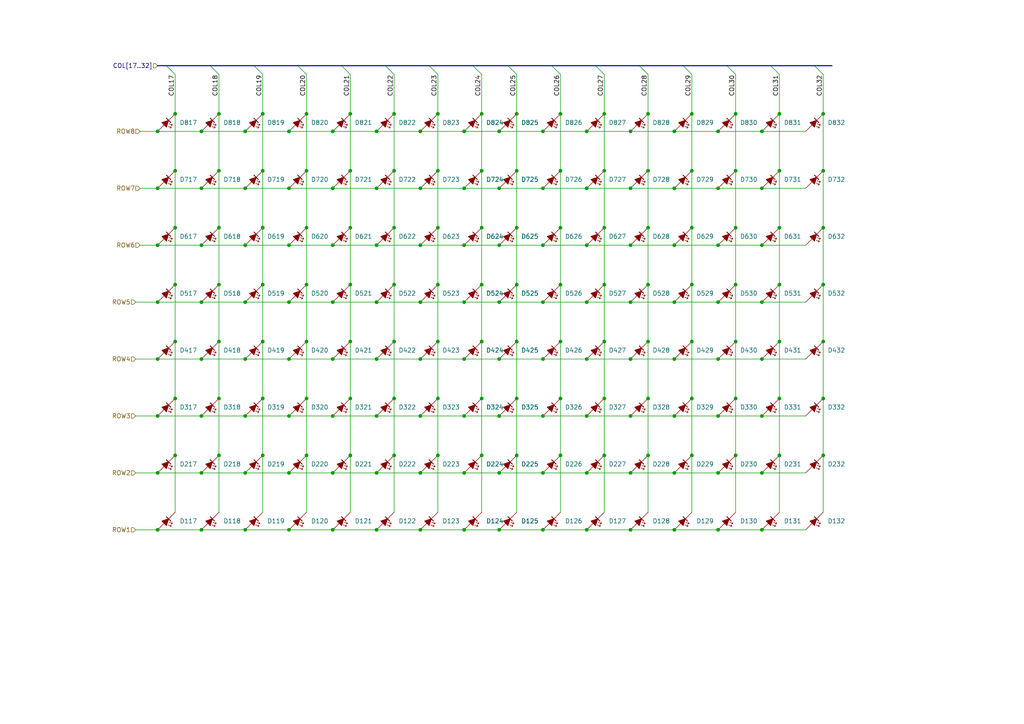
<source format=kicad_sch>
(kicad_sch (version 20250114) (generator "eeschema") (generator_version "9.0")
  (paper "A4")
  (title_block (title "LED Matrix #2") (date "2024-11-23") (rev "v01") (comment 4 "8x16 matrix"))
  (junction (at 187.96 132.08))
  (junction (at 226.06 132.08))
  (junction (at 63.5 132.08))
  (junction (at 187.96 115.57))
  (junction (at 88.9 33.02))
  (junction (at 101.6 132.08))
  (junction (at 238.76 33.02))
  (junction (at 157.48 104.14))
  (junction (at 109.22 137.16))
  (junction (at 175.26 33.02))
  (junction (at 114.3 66.04))
  (junction (at 76.2 49.53))
  (junction (at 139.7 49.53))
  (junction (at 114.3 115.57))
  (junction (at 96.52 104.14))
  (junction (at 157.48 120.65))
  (junction (at 83.82 71.12))
  (junction (at 144.78 87.63))
  (junction (at 238.76 82.55))
  (junction (at 45.72 87.63))
  (junction (at 45.72 153.67))
  (junction (at 71.12 87.63))
  (junction (at 226.06 99.06))
  (junction (at 71.12 71.12))
  (junction (at 238.76 99.06))
  (junction (at 226.06 33.02))
  (junction (at 144.78 38.1))
  (junction (at 182.88 104.14))
  (junction (at 109.22 71.12))
  (junction (at 149.86 82.55))
  (junction (at 50.8 115.57))
  (junction (at 50.8 99.06))
  (junction (at 220.98 104.14))
  (junction (at 226.06 49.53))
  (junction (at 50.8 82.55))
  (junction (at 134.62 153.67))
  (junction (at 71.12 104.14))
  (junction (at 170.18 54.61))
  (junction (at 220.98 153.67))
  (junction (at 101.6 115.57))
  (junction (at 139.7 115.57))
  (junction (at 182.88 54.61))
  (junction (at 208.28 104.14))
  (junction (at 182.88 153.67))
  (junction (at 50.8 49.53))
  (junction (at 195.58 38.1))
  (junction (at 144.78 104.14))
  (junction (at 139.7 132.08))
  (junction (at 187.96 49.53))
  (junction (at 76.2 82.55))
  (junction (at 101.6 82.55))
  (junction (at 71.12 137.16))
  (junction (at 157.48 54.61))
  (junction (at 162.56 49.53))
  (junction (at 226.06 82.55))
  (junction (at 58.42 104.14))
  (junction (at 96.52 137.16))
  (junction (at 162.56 33.02))
  (junction (at 96.52 71.12))
  (junction (at 83.82 54.61))
  (junction (at 96.52 120.65))
  (junction (at 121.92 104.14))
  (junction (at 213.36 82.55))
  (junction (at 220.98 120.65))
  (junction (at 149.86 132.08))
  (junction (at 162.56 115.57))
  (junction (at 121.92 137.16))
  (junction (at 121.92 38.1))
  (junction (at 88.9 82.55))
  (junction (at 182.88 38.1))
  (junction (at 200.66 115.57))
  (junction (at 238.76 115.57))
  (junction (at 162.56 82.55))
  (junction (at 45.72 120.65))
  (junction (at 71.12 153.67))
  (junction (at 162.56 132.08))
  (junction (at 170.18 120.65))
  (junction (at 109.22 120.65))
  (junction (at 127 49.53))
  (junction (at 200.66 99.06))
  (junction (at 101.6 99.06))
  (junction (at 58.42 71.12))
  (junction (at 170.18 38.1))
  (junction (at 149.86 115.57))
  (junction (at 76.2 99.06))
  (junction (at 58.42 38.1))
  (junction (at 96.52 38.1))
  (junction (at 63.5 82.55))
  (junction (at 88.9 115.57))
  (junction (at 63.5 99.06))
  (junction (at 208.28 54.61))
  (junction (at 195.58 87.63))
  (junction (at 58.42 87.63))
  (junction (at 200.66 33.02))
  (junction (at 187.96 66.04))
  (junction (at 76.2 132.08))
  (junction (at 220.98 54.61))
  (junction (at 139.7 82.55))
  (junction (at 127 99.06))
  (junction (at 58.42 153.67))
  (junction (at 45.72 54.61))
  (junction (at 238.76 132.08))
  (junction (at 45.72 104.14))
  (junction (at 63.5 33.02))
  (junction (at 175.26 66.04))
  (junction (at 114.3 49.53))
  (junction (at 157.48 71.12))
  (junction (at 121.92 153.67))
  (junction (at 109.22 54.61))
  (junction (at 182.88 137.16))
  (junction (at 50.8 33.02))
  (junction (at 134.62 38.1))
  (junction (at 208.28 71.12))
  (junction (at 109.22 153.67))
  (junction (at 101.6 33.02))
  (junction (at 76.2 33.02))
  (junction (at 162.56 99.06))
  (junction (at 121.92 54.61))
  (junction (at 213.36 99.06))
  (junction (at 88.9 66.04))
  (junction (at 139.7 66.04))
  (junction (at 226.06 115.57))
  (junction (at 213.36 33.02))
  (junction (at 170.18 153.67))
  (junction (at 170.18 137.16))
  (junction (at 63.5 66.04))
  (junction (at 182.88 87.63))
  (junction (at 182.88 120.65))
  (junction (at 76.2 66.04))
  (junction (at 213.36 49.53))
  (junction (at 144.78 137.16))
  (junction (at 109.22 38.1))
  (junction (at 144.78 71.12))
  (junction (at 149.86 33.02))
  (junction (at 175.26 82.55))
  (junction (at 157.48 87.63))
  (junction (at 109.22 104.14))
  (junction (at 96.52 54.61))
  (junction (at 114.3 82.55))
  (junction (at 220.98 87.63))
  (junction (at 45.72 38.1))
  (junction (at 50.8 66.04))
  (junction (at 71.12 120.65))
  (junction (at 195.58 71.12))
  (junction (at 63.5 115.57))
  (junction (at 134.62 54.61))
  (junction (at 71.12 38.1))
  (junction (at 101.6 49.53))
  (junction (at 208.28 153.67))
  (junction (at 170.18 87.63))
  (junction (at 238.76 49.53))
  (junction (at 83.82 120.65))
  (junction (at 71.12 54.61))
  (junction (at 83.82 87.63))
  (junction (at 175.26 115.57))
  (junction (at 134.62 137.16))
  (junction (at 58.42 120.65))
  (junction (at 96.52 153.67))
  (junction (at 114.3 99.06))
  (junction (at 121.92 71.12))
  (junction (at 200.66 132.08))
  (junction (at 213.36 66.04))
  (junction (at 208.28 137.16))
  (junction (at 208.28 38.1))
  (junction (at 220.98 38.1))
  (junction (at 58.42 137.16))
  (junction (at 170.18 104.14))
  (junction (at 157.48 137.16))
  (junction (at 187.96 99.06))
  (junction (at 195.58 120.65))
  (junction (at 187.96 82.55))
  (junction (at 134.62 120.65))
  (junction (at 195.58 153.67))
  (junction (at 96.52 87.63))
  (junction (at 134.62 104.14))
  (junction (at 127 33.02))
  (junction (at 76.2 115.57))
  (junction (at 144.78 153.67))
  (junction (at 200.66 66.04))
  (junction (at 226.06 66.04))
  (junction (at 187.96 33.02))
  (junction (at 58.42 54.61))
  (junction (at 195.58 104.14))
  (junction (at 109.22 87.63))
  (junction (at 45.72 71.12))
  (junction (at 170.18 71.12))
  (junction (at 83.82 38.1))
  (junction (at 83.82 137.16))
  (junction (at 200.66 82.55))
  (junction (at 182.88 71.12))
  (junction (at 220.98 71.12))
  (junction (at 139.7 33.02))
  (junction (at 162.56 66.04))
  (junction (at 149.86 99.06))
  (junction (at 127 82.55))
  (junction (at 121.92 87.63))
  (junction (at 149.86 49.53))
  (junction (at 63.5 49.53))
  (junction (at 45.72 137.16))
  (junction (at 114.3 132.08))
  (junction (at 175.26 99.06))
  (junction (at 121.92 120.65))
  (junction (at 83.82 104.14))
  (junction (at 88.9 49.53))
  (junction (at 134.62 87.63))
  (junction (at 213.36 132.08))
  (junction (at 101.6 66.04))
  (junction (at 114.3 33.02))
  (junction (at 83.82 153.67))
  (junction (at 149.86 66.04))
  (junction (at 175.26 49.53))
  (junction (at 200.66 49.53))
  (junction (at 144.78 54.61))
  (junction (at 127 132.08))
  (junction (at 238.76 66.04))
  (junction (at 220.98 137.16))
  (junction (at 157.48 153.67))
  (junction (at 208.28 120.65))
  (junction (at 157.48 38.1))
  (junction (at 134.62 71.12))
  (junction (at 127 66.04))
  (junction (at 195.58 54.61))
  (junction (at 208.28 87.63))
  (junction (at 213.36 115.57))
  (junction (at 88.9 99.06))
  (junction (at 127 115.57))
  (junction (at 144.78 120.65))
  (junction (at 88.9 132.08))
  (junction (at 195.58 137.16))
  (junction (at 50.8 132.08))
  (junction (at 139.7 99.06))
  (junction (at 175.26 132.08))
  (bus_entry (at 60.96 19.05) (size 2.54 2.54))
  (bus_entry (at 198.12 19.05) (size 2.54 2.54))
  (bus_entry (at 147.32 19.05) (size 2.54 2.54))
  (bus_entry (at 99.06 19.05) (size 2.54 2.54))
  (bus_entry (at 223.52 19.05) (size 2.54 2.54))
  (bus_entry (at 172.72 19.05) (size 2.54 2.54))
  (bus_entry (at 236.22 19.05) (size 2.54 2.54))
  (bus_entry (at 185.42 19.05) (size 2.54 2.54))
  (bus_entry (at 137.16 19.05) (size 2.54 2.54))
  (bus_entry (at 86.36 19.05) (size 2.54 2.54))
  (bus_entry (at 210.82 19.05) (size 2.54 2.54))
  (bus_entry (at 48.26 19.05) (size 2.54 2.54))
  (bus_entry (at 73.66 19.05) (size 2.54 2.54))
  (bus_entry (at 124.46 19.05) (size 2.54 2.54))
  (bus_entry (at 111.76 19.05) (size 2.54 2.54))
  (bus_entry (at 160.02 19.05) (size 2.54 2.54))
  (wire (pts (xy 71.12 71.12) (xy 83.82 71.12)))
  (wire (pts (xy 175.26 33.02) (xy 175.26 49.53)))
  (wire (pts (xy 121.92 71.12) (xy 134.62 71.12)))
  (wire (pts (xy 208.28 137.16) (xy 220.98 137.16)))
  (wire (pts (xy 96.52 120.65) (xy 109.22 120.65)))
  (wire (pts (xy 149.86 21.59) (xy 149.86 33.02)))
  (wire (pts (xy 114.3 21.59) (xy 114.3 33.02)))
  (wire (pts (xy 71.12 38.1) (xy 83.82 38.1)))
  (wire (pts (xy 170.18 137.16) (xy 182.88 137.16)))
  (wire (pts (xy 96.52 137.16) (xy 109.22 137.16)))
  (wire (pts (xy 175.26 132.08) (xy 175.26 148.59)))
  (wire (pts (xy 144.78 104.14) (xy 157.48 104.14)))
  (wire (pts (xy 71.12 54.61) (xy 83.82 54.61)))
  (wire (pts (xy 45.72 38.1) (xy 58.42 38.1)))
  (wire (pts (xy 101.6 82.55) (xy 101.6 99.06)))
  (wire (pts (xy 220.98 87.63) (xy 233.68 87.63)))
  (wire (pts (xy 134.62 54.61) (xy 144.78 54.61)))
  (wire (pts (xy 39.37 153.67) (xy 45.72 153.67)))
  (wire (pts (xy 149.86 33.02) (xy 149.86 49.53)))
  (wire (pts (xy 170.18 153.67) (xy 182.88 153.67)))
  (wire (pts (xy 139.7 115.57) (xy 139.7 132.08)))
  (wire (pts (xy 149.86 82.55) (xy 149.86 99.06)))
  (wire (pts (xy 195.58 38.1) (xy 208.28 38.1)))
  (wire (pts (xy 63.5 115.57) (xy 63.5 132.08)))
  (wire (pts (xy 157.48 120.65) (xy 170.18 120.65)))
  (wire (pts (xy 88.9 66.04) (xy 88.9 82.55)))
  (wire (pts (xy 238.76 115.57) (xy 238.76 132.08)))
  (wire (pts (xy 50.8 132.08) (xy 50.8 148.59)))
  (wire (pts (xy 109.22 104.14) (xy 121.92 104.14)))
  (wire (pts (xy 200.66 49.53) (xy 200.66 66.04)))
  (wire (pts (xy 45.72 104.14) (xy 58.42 104.14)))
  (bus (pts (xy 48.26 19.05) (xy 60.96 19.05)))
  (wire (pts (xy 96.52 153.67) (xy 109.22 153.67)))
  (wire (pts (xy 213.36 132.08) (xy 213.36 148.59)))
  (wire (pts (xy 83.82 137.16) (xy 96.52 137.16)))
  (wire (pts (xy 109.22 153.67) (xy 121.92 153.67)))
  (wire (pts (xy 162.56 99.06) (xy 162.56 115.57)))
  (wire (pts (xy 144.78 38.1) (xy 157.48 38.1)))
  (wire (pts (xy 114.3 82.55) (xy 114.3 99.06)))
  (wire (pts (xy 149.86 132.08) (xy 149.86 148.59)))
  (wire (pts (xy 58.42 104.14) (xy 71.12 104.14)))
  (wire (pts (xy 114.3 99.06) (xy 114.3 115.57)))
  (wire (pts (xy 187.96 33.02) (xy 187.96 49.53)))
  (wire (pts (xy 157.48 54.61) (xy 170.18 54.61)))
  (bus (pts (xy 147.32 19.05) (xy 160.02 19.05)))
  (wire (pts (xy 195.58 137.16) (xy 208.28 137.16)))
  (wire (pts (xy 162.56 33.02) (xy 162.56 49.53)))
  (wire (pts (xy 101.6 99.06) (xy 101.6 115.57)))
  (wire (pts (xy 226.06 66.04) (xy 226.06 82.55)))
  (wire (pts (xy 83.82 71.12) (xy 96.52 71.12)))
  (wire (pts (xy 220.98 120.65) (xy 233.68 120.65)))
  (wire (pts (xy 238.76 132.08) (xy 238.76 148.59)))
  (wire (pts (xy 175.26 21.59) (xy 175.26 33.02)))
  (wire (pts (xy 162.56 132.08) (xy 162.56 148.59)))
  (wire (pts (xy 144.78 87.63) (xy 157.48 87.63)))
  (wire (pts (xy 238.76 49.53) (xy 238.76 66.04)))
  (wire (pts (xy 88.9 82.55) (xy 88.9 99.06)))
  (wire (pts (xy 83.82 120.65) (xy 96.52 120.65)))
  (wire (pts (xy 139.7 99.06) (xy 139.7 115.57)))
  (wire (pts (xy 238.76 99.06) (xy 238.76 115.57)))
  (wire (pts (xy 76.2 115.57) (xy 76.2 132.08)))
  (wire (pts (xy 40.64 71.12) (xy 45.72 71.12)))
  (wire (pts (xy 226.06 21.59) (xy 226.06 33.02)))
  (bus (pts (xy 124.46 19.05) (xy 137.16 19.05)))
  (wire (pts (xy 195.58 104.14) (xy 208.28 104.14)))
  (wire (pts (xy 226.06 115.57) (xy 226.06 132.08)))
  (wire (pts (xy 139.7 82.55) (xy 139.7 99.06)))
  (wire (pts (xy 63.5 82.55) (xy 63.5 99.06)))
  (wire (pts (xy 50.8 99.06) (xy 50.8 115.57)))
  (wire (pts (xy 238.76 33.02) (xy 238.76 49.53)))
  (wire (pts (xy 101.6 115.57) (xy 101.6 132.08)))
  (wire (pts (xy 114.3 66.04) (xy 114.3 82.55)))
  (wire (pts (xy 88.9 21.59) (xy 88.9 33.02)))
  (wire (pts (xy 63.5 99.06) (xy 63.5 115.57)))
  (bus (pts (xy 111.76 19.05) (xy 124.46 19.05)))
  (wire (pts (xy 109.22 38.1) (xy 121.92 38.1)))
  (wire (pts (xy 71.12 153.67) (xy 83.82 153.67)))
  (bus (pts (xy 223.52 19.05) (xy 236.22 19.05)))
  (wire (pts (xy 157.48 137.16) (xy 170.18 137.16)))
  (wire (pts (xy 220.98 104.14) (xy 233.68 104.14)))
  (wire (pts (xy 208.28 54.61) (xy 220.98 54.61)))
  (wire (pts (xy 162.56 21.59) (xy 162.56 33.02)))
  (bus (pts (xy 236.22 19.05) (xy 241.3 19.05)))
  (wire (pts (xy 76.2 21.59) (xy 76.2 33.02)))
  (bus (pts (xy 172.72 19.05) (xy 185.42 19.05)))
  (wire (pts (xy 96.52 104.14) (xy 109.22 104.14)))
  (wire (pts (xy 187.96 115.57) (xy 187.96 132.08)))
  (wire (pts (xy 187.96 132.08) (xy 187.96 148.59)))
  (wire (pts (xy 96.52 71.12) (xy 109.22 71.12)))
  (wire (pts (xy 63.5 132.08) (xy 63.5 148.59)))
  (wire (pts (xy 226.06 33.02) (xy 226.06 49.53)))
  (wire (pts (xy 187.96 82.55) (xy 187.96 99.06)))
  (wire (pts (xy 195.58 120.65) (xy 208.28 120.65)))
  (wire (pts (xy 208.28 120.65) (xy 220.98 120.65)))
  (wire (pts (xy 213.36 33.02) (xy 213.36 49.53)))
  (wire (pts (xy 76.2 82.55) (xy 76.2 99.06)))
  (wire (pts (xy 58.42 120.65) (xy 71.12 120.65)))
  (wire (pts (xy 182.88 104.14) (xy 195.58 104.14)))
  (wire (pts (xy 63.5 33.02) (xy 63.5 49.53)))
  (wire (pts (xy 238.76 21.59) (xy 238.76 33.02)))
  (wire (pts (xy 40.64 54.61) (xy 45.72 54.61)))
  (wire (pts (xy 182.88 71.12) (xy 195.58 71.12)))
  (wire (pts (xy 182.88 54.61) (xy 195.58 54.61)))
  (wire (pts (xy 134.62 104.14) (xy 144.78 104.14)))
  (wire (pts (xy 200.66 66.04) (xy 200.66 82.55)))
  (wire (pts (xy 114.3 115.57) (xy 114.3 132.08)))
  (wire (pts (xy 71.12 104.14) (xy 83.82 104.14)))
  (wire (pts (xy 121.92 87.63) (xy 134.62 87.63)))
  (wire (pts (xy 127 82.55) (xy 127 99.06)))
  (wire (pts (xy 139.7 49.53) (xy 139.7 66.04)))
  (wire (pts (xy 83.82 87.63) (xy 96.52 87.63)))
  (wire (pts (xy 109.22 71.12) (xy 121.92 71.12)))
  (wire (pts (xy 170.18 54.61) (xy 182.88 54.61)))
  (wire (pts (xy 39.37 87.63) (xy 45.72 87.63)))
  (wire (pts (xy 39.37 137.16) (xy 45.72 137.16)))
  (wire (pts (xy 195.58 153.67) (xy 208.28 153.67)))
  (wire (pts (xy 121.92 38.1) (xy 134.62 38.1)))
  (bus (pts (xy 198.12 19.05) (xy 210.82 19.05)))
  (bus (pts (xy 60.96 19.05) (xy 73.66 19.05)))
  (wire (pts (xy 127 33.02) (xy 127 49.53)))
  (wire (pts (xy 187.96 99.06) (xy 187.96 115.57)))
  (wire (pts (xy 213.36 49.53) (xy 213.36 66.04)))
  (wire (pts (xy 134.62 38.1) (xy 144.78 38.1)))
  (wire (pts (xy 200.66 99.06) (xy 200.66 115.57)))
  (wire (pts (xy 238.76 66.04) (xy 238.76 82.55)))
  (wire (pts (xy 157.48 71.12) (xy 170.18 71.12)))
  (bus (pts (xy 45.72 19.05) (xy 48.26 19.05)))
  (wire (pts (xy 208.28 104.14) (xy 220.98 104.14)))
  (wire (pts (xy 182.88 87.63) (xy 195.58 87.63)))
  (wire (pts (xy 88.9 99.06) (xy 88.9 115.57)))
  (wire (pts (xy 96.52 38.1) (xy 109.22 38.1)))
  (wire (pts (xy 71.12 87.63) (xy 83.82 87.63)))
  (bus (pts (xy 99.06 19.05) (xy 111.76 19.05)))
  (wire (pts (xy 213.36 66.04) (xy 213.36 82.55)))
  (wire (pts (xy 170.18 104.14) (xy 182.88 104.14)))
  (wire (pts (xy 88.9 132.08) (xy 88.9 148.59)))
  (wire (pts (xy 200.66 33.02) (xy 200.66 49.53)))
  (wire (pts (xy 144.78 120.65) (xy 157.48 120.65)))
  (wire (pts (xy 144.78 71.12) (xy 157.48 71.12)))
  (wire (pts (xy 50.8 115.57) (xy 50.8 132.08)))
  (wire (pts (xy 157.48 38.1) (xy 170.18 38.1)))
  (wire (pts (xy 226.06 82.55) (xy 226.06 99.06)))
  (wire (pts (xy 63.5 66.04) (xy 63.5 82.55)))
  (wire (pts (xy 157.48 87.63) (xy 170.18 87.63)))
  (bus (pts (xy 137.16 19.05) (xy 147.32 19.05)))
  (wire (pts (xy 134.62 120.65) (xy 144.78 120.65)))
  (wire (pts (xy 114.3 33.02) (xy 114.3 49.53)))
  (wire (pts (xy 195.58 54.61) (xy 208.28 54.61)))
  (wire (pts (xy 109.22 120.65) (xy 121.92 120.65)))
  (wire (pts (xy 220.98 38.1) (xy 233.68 38.1)))
  (wire (pts (xy 109.22 54.61) (xy 121.92 54.61)))
  (wire (pts (xy 127 66.04) (xy 127 82.55)))
  (wire (pts (xy 88.9 115.57) (xy 88.9 132.08)))
  (wire (pts (xy 101.6 21.59) (xy 101.6 33.02)))
  (wire (pts (xy 208.28 153.67) (xy 220.98 153.67)))
  (wire (pts (xy 109.22 87.63) (xy 121.92 87.63)))
  (wire (pts (xy 170.18 71.12) (xy 182.88 71.12)))
  (wire (pts (xy 149.86 115.57) (xy 149.86 132.08)))
  (wire (pts (xy 45.72 87.63) (xy 58.42 87.63)))
  (bus (pts (xy 185.42 19.05) (xy 198.12 19.05)))
  (wire (pts (xy 127 21.59) (xy 127 33.02)))
  (wire (pts (xy 121.92 137.16) (xy 134.62 137.16)))
  (wire (pts (xy 200.66 132.08) (xy 200.66 148.59)))
  (wire (pts (xy 114.3 49.53) (xy 114.3 66.04)))
  (wire (pts (xy 45.72 120.65) (xy 58.42 120.65)))
  (wire (pts (xy 139.7 132.08) (xy 139.7 148.59)))
  (wire (pts (xy 200.66 115.57) (xy 200.66 132.08)))
  (wire (pts (xy 39.37 120.65) (xy 45.72 120.65)))
  (bus (pts (xy 86.36 19.05) (xy 99.06 19.05)))
  (wire (pts (xy 39.37 104.14) (xy 45.72 104.14)))
  (wire (pts (xy 200.66 21.59) (xy 200.66 33.02)))
  (wire (pts (xy 134.62 137.16) (xy 144.78 137.16)))
  (wire (pts (xy 58.42 87.63) (xy 71.12 87.63)))
  (wire (pts (xy 58.42 137.16) (xy 71.12 137.16)))
  (wire (pts (xy 213.36 115.57) (xy 213.36 132.08)))
  (wire (pts (xy 182.88 153.67) (xy 195.58 153.67)))
  (wire (pts (xy 226.06 132.08) (xy 226.06 148.59)))
  (wire (pts (xy 71.12 120.65) (xy 83.82 120.65)))
  (wire (pts (xy 76.2 66.04) (xy 76.2 82.55)))
  (wire (pts (xy 121.92 54.61) (xy 134.62 54.61)))
  (wire (pts (xy 88.9 33.02) (xy 88.9 49.53)))
  (wire (pts (xy 144.78 137.16) (xy 157.48 137.16)))
  (wire (pts (xy 162.56 82.55) (xy 162.56 99.06)))
  (wire (pts (xy 170.18 120.65) (xy 182.88 120.65)))
  (wire (pts (xy 238.76 82.55) (xy 238.76 99.06)))
  (wire (pts (xy 195.58 87.63) (xy 208.28 87.63)))
  (wire (pts (xy 226.06 99.06) (xy 226.06 115.57)))
  (wire (pts (xy 45.72 71.12) (xy 58.42 71.12)))
  (wire (pts (xy 213.36 99.06) (xy 213.36 115.57)))
  (wire (pts (xy 76.2 33.02) (xy 76.2 49.53)))
  (wire (pts (xy 149.86 99.06) (xy 149.86 115.57)))
  (wire (pts (xy 45.72 54.61) (xy 58.42 54.61)))
  (wire (pts (xy 208.28 87.63) (xy 220.98 87.63)))
  (wire (pts (xy 200.66 82.55) (xy 200.66 99.06)))
  (wire (pts (xy 127 99.06) (xy 127 115.57)))
  (wire (pts (xy 83.82 54.61) (xy 96.52 54.61)))
  (wire (pts (xy 134.62 71.12) (xy 144.78 71.12)))
  (wire (pts (xy 50.8 33.02) (xy 50.8 49.53)))
  (wire (pts (xy 76.2 49.53) (xy 76.2 66.04)))
  (wire (pts (xy 101.6 132.08) (xy 101.6 148.59)))
  (wire (pts (xy 83.82 38.1) (xy 96.52 38.1)))
  (wire (pts (xy 170.18 87.63) (xy 182.88 87.63)))
  (wire (pts (xy 63.5 49.53) (xy 63.5 66.04)))
  (wire (pts (xy 40.64 38.1) (xy 45.72 38.1)))
  (wire (pts (xy 175.26 115.57) (xy 175.26 132.08)))
  (bus (pts (xy 160.02 19.05) (xy 172.72 19.05)))
  (wire (pts (xy 220.98 54.61) (xy 233.68 54.61)))
  (wire (pts (xy 101.6 49.53) (xy 101.6 66.04)))
  (wire (pts (xy 127 132.08) (xy 127 148.59)))
  (wire (pts (xy 213.36 21.59) (xy 213.36 33.02)))
  (wire (pts (xy 58.42 153.67) (xy 71.12 153.67)))
  (wire (pts (xy 83.82 153.67) (xy 96.52 153.67)))
  (wire (pts (xy 162.56 66.04) (xy 162.56 82.55)))
  (wire (pts (xy 187.96 21.59) (xy 187.96 33.02)))
  (wire (pts (xy 187.96 49.53) (xy 187.96 66.04)))
  (wire (pts (xy 134.62 153.67) (xy 144.78 153.67)))
  (wire (pts (xy 45.72 153.67) (xy 58.42 153.67)))
  (wire (pts (xy 101.6 66.04) (xy 101.6 82.55)))
  (wire (pts (xy 226.06 49.53) (xy 226.06 66.04)))
  (wire (pts (xy 76.2 132.08) (xy 76.2 148.59)))
  (wire (pts (xy 121.92 104.14) (xy 134.62 104.14)))
  (wire (pts (xy 71.12 137.16) (xy 83.82 137.16)))
  (wire (pts (xy 127 115.57) (xy 127 132.08)))
  (wire (pts (xy 175.26 66.04) (xy 175.26 82.55)))
  (wire (pts (xy 182.88 137.16) (xy 195.58 137.16)))
  (wire (pts (xy 88.9 49.53) (xy 88.9 66.04)))
  (wire (pts (xy 76.2 99.06) (xy 76.2 115.57)))
  (wire (pts (xy 127 49.53) (xy 127 66.04)))
  (wire (pts (xy 45.72 137.16) (xy 58.42 137.16)))
  (wire (pts (xy 144.78 54.61) (xy 157.48 54.61)))
  (wire (pts (xy 139.7 66.04) (xy 139.7 82.55)))
  (wire (pts (xy 162.56 115.57) (xy 162.56 132.08)))
  (wire (pts (xy 50.8 49.53) (xy 50.8 66.04)))
  (wire (pts (xy 96.52 54.61) (xy 109.22 54.61)))
  (wire (pts (xy 121.92 120.65) (xy 134.62 120.65)))
  (wire (pts (xy 162.56 49.53) (xy 162.56 66.04)))
  (bus (pts (xy 210.82 19.05) (xy 223.52 19.05)))
  (wire (pts (xy 208.28 71.12) (xy 220.98 71.12)))
  (wire (pts (xy 195.58 71.12) (xy 208.28 71.12)))
  (wire (pts (xy 134.62 87.63) (xy 144.78 87.63)))
  (wire (pts (xy 175.26 49.53) (xy 175.26 66.04)))
  (wire (pts (xy 208.28 38.1) (xy 220.98 38.1)))
  (wire (pts (xy 101.6 33.02) (xy 101.6 49.53)))
  (wire (pts (xy 149.86 66.04) (xy 149.86 82.55)))
  (wire (pts (xy 139.7 21.59) (xy 139.7 33.02)))
  (wire (pts (xy 96.52 87.63) (xy 109.22 87.63)))
  (wire (pts (xy 182.88 38.1) (xy 195.58 38.1)))
  (wire (pts (xy 144.78 153.67) (xy 157.48 153.67)))
  (wire (pts (xy 157.48 153.67) (xy 170.18 153.67)))
  (wire (pts (xy 83.82 104.14) (xy 96.52 104.14)))
  (wire (pts (xy 157.48 104.14) (xy 170.18 104.14)))
  (wire (pts (xy 175.26 82.55) (xy 175.26 99.06)))
  (wire (pts (xy 220.98 137.16) (xy 233.68 137.16)))
  (wire (pts (xy 220.98 71.12) (xy 233.68 71.12)))
  (wire (pts (xy 121.92 153.67) (xy 134.62 153.67)))
  (wire (pts (xy 139.7 33.02) (xy 139.7 49.53)))
  (wire (pts (xy 63.5 21.59) (xy 63.5 33.02)))
  (wire (pts (xy 182.88 120.65) (xy 195.58 120.65)))
  (wire (pts (xy 175.26 99.06) (xy 175.26 115.57)))
  (wire (pts (xy 50.8 82.55) (xy 50.8 99.06)))
  (wire (pts (xy 220.98 153.67) (xy 233.68 153.67)))
  (wire (pts (xy 50.8 21.59) (xy 50.8 33.02)))
  (wire (pts (xy 58.42 54.61) (xy 71.12 54.61)))
  (wire (pts (xy 213.36 82.55) (xy 213.36 99.06)))
  (wire (pts (xy 114.3 132.08) (xy 114.3 148.59)))
  (wire (pts (xy 170.18 38.1) (xy 182.88 38.1)))
  (wire (pts (xy 58.42 71.12) (xy 71.12 71.12)))
  (wire (pts (xy 109.22 137.16) (xy 121.92 137.16)))
  (wire (pts (xy 50.8 66.04) (xy 50.8 82.55)))
  (bus (pts (xy 73.66 19.05) (xy 86.36 19.05)))
  (wire (pts (xy 149.86 49.53) (xy 149.86 66.04)))
  (wire (pts (xy 58.42 38.1) (xy 71.12 38.1)))
  (wire (pts (xy 187.96 66.04) (xy 187.96 82.55)))
  (label "COL26" (at 162.56 27.94 90))
  (label "COL23" (at 127 27.94 90))
  (label "COL32" (at 238.76 27.94 90))
  (label "COL30" (at 213.36 27.94 90))
  (label "COL31" (at 226.06 27.94 90))
  (label "COL21" (at 101.6 27.94 90))
  (label "COL17" (at 50.8 27.94 90))
  (label "COL27" (at 175.26 27.94 90))
  (label "COL22" (at 114.3 27.94 90))
  (label "COL24" (at 139.7 27.94 90))
  (label "COL18" (at 63.5 27.94 90))
  (label "COL25" (at 149.86 27.94 90))
  (label "COL28" (at 187.96 27.94 90))
  (label "COL29" (at 200.66 27.94 90))
  (label "COL20" (at 88.9 27.94 90))
  (label "COL19" (at 76.2 27.94 90))
  (hierarchical_label "ROW4" (shape input) (at 39.37 104.14 180))
  (hierarchical_label "ROW3" (shape input) (at 39.37 120.65 180))
  (hierarchical_label "COL[17..32]" (shape input) (at 45.72 19.05 180))
  (hierarchical_label "ROW5" (shape input) (at 39.37 87.63 180))
  (hierarchical_label "ROW6" (shape input) (at 40.64 71.12 180))
  (hierarchical_label "ROW2" (shape input) (at 39.37 137.16 180))
  (hierarchical_label "ROW8" (shape input) (at 40.64 38.1 180))
  (hierarchical_label "ROW7" (shape input) (at 40.64 54.61 180))
  (hierarchical_label "ROW1" (shape input) (at 39.37 153.67 180))
  (symbol (lib_id "Device:LED_45deg_Filled") (at 99.06 68.58 90) (unit 1)
    (property "Reference" "D621" (at 102.87 68.5799 90) (effects (justify right)))
    (property "Value" "LTST-C190KRKT" (effects (hide yes)))
    (property "Footprint" "LED_SMD:LED_0603_1608Metric_Pad1.05x0.95mm_HandSolder" (effects (hide yes)))
    (property "Description" "Light emitting diode, rotated by 45°" (effects (hide yes)))
    (property "MPN" "LTST-C190KRKT" (effects (hide yes)))
    (property "Sim.Pins" "1=K 2=A" (effects (hide yes)))
  )
  (symbol (lib_id "Device:LED_45deg_Filled") (at 236.22 52.07 90) (unit 1)
    (property "Reference" "D732" (at 240.03 52.0699 90) (effects (justify right)))
    (property "Value" "LTST-C190KRKT" (effects (hide yes)))
    (property "Footprint" "LED_SMD:LED_0603_1608Metric_Pad1.05x0.95mm_HandSolder" (effects (hide yes)))
    (property "Description" "Light emitting diode, rotated by 45°" (effects (hide yes)))
    (property "MPN" "LTST-C190KRKT" (effects (hide yes)))
    (property "Sim.Pins" "1=K 2=A" (effects (hide yes)))
  )
  (symbol (lib_id "Device:LED_45deg_Filled") (at 48.26 101.6 90) (unit 1)
    (property "Reference" "D417" (at 52.07 101.5999 90) (effects (justify right)))
    (property "Value" "LTST-C190KRKT" (effects (hide yes)))
    (property "Footprint" "LED_SMD:LED_0603_1608Metric_Pad1.05x0.95mm_HandSolder" (effects (hide yes)))
    (property "Description" "Light emitting diode, rotated by 45°" (effects (hide yes)))
    (property "MPN" "LTST-C190KRKT" (effects (hide yes)))
    (property "Sim.Pins" "1=K 2=A" (effects (hide yes)))
  )
  (symbol (lib_id "Device:LED_45deg_Filled") (at 236.22 101.6 90) (unit 1)
    (property "Reference" "D432" (at 240.03 101.5999 90) (effects (justify right)))
    (property "Value" "LTST-C190KRKT" (effects (hide yes)))
    (property "Footprint" "LED_SMD:LED_0603_1608Metric_Pad1.05x0.95mm_HandSolder" (effects (hide yes)))
    (property "Description" "Light emitting diode, rotated by 45°" (effects (hide yes)))
    (property "MPN" "LTST-C190KRKT" (effects (hide yes)))
    (property "Sim.Pins" "1=K 2=A" (effects (hide yes)))
  )
  (symbol (lib_id "Device:LED_45deg_Filled") (at 160.02 134.62 90) (unit 1)
    (property "Reference" "D226" (at 163.83 134.6199 90) (effects (justify right)))
    (property "Value" "LTST-C190KRKT" (effects (hide yes)))
    (property "Footprint" "LED_SMD:LED_0603_1608Metric_Pad1.05x0.95mm_HandSolder" (effects (hide yes)))
    (property "Description" "Light emitting diode, rotated by 45°" (effects (hide yes)))
    (property "MPN" "LTST-C190KRKT" (effects (hide yes)))
    (property "Sim.Pins" "1=K 2=A" (effects (hide yes)))
  )
  (symbol (lib_id "Device:LED_45deg_Filled") (at 111.76 35.56 90) (unit 1)
    (property "Reference" "D822" (at 115.57 35.5599 90) (effects (justify right)))
    (property "Value" "LTST-C190KRKT" (effects (hide yes)))
    (property "Footprint" "LED_SMD:LED_0603_1608Metric_Pad1.05x0.95mm_HandSolder" (effects (hide yes)))
    (property "Description" "Light emitting diode, rotated by 45°" (effects (hide yes)))
    (property "MPN" "LTST-C190KRKT" (effects (hide yes)))
    (property "Sim.Pins" "1=K 2=A" (effects (hide yes)))
  )
  (symbol (lib_id "Device:LED_45deg_Filled") (at 185.42 151.13 90) (unit 1)
    (property "Reference" "D128" (at 189.23 151.1299 90) (effects (justify right)))
    (property "Value" "LTST-C190KRKT" (effects (hide yes)))
    (property "Footprint" "LED_SMD:LED_0603_1608Metric_Pad1.05x0.95mm_HandSolder" (effects (hide yes)))
    (property "Description" "Light emitting diode, rotated by 45°" (effects (hide yes)))
    (property "MPN" "LTST-C190KRKT" (effects (hide yes)))
    (property "Sim.Pins" "1=K 2=A" (effects (hide yes)))
  )
  (symbol (lib_id "Device:LED_45deg_Filled") (at 160.02 101.6 90) (unit 1)
    (property "Reference" "D426" (at 163.83 101.5999 90) (effects (justify right)))
    (property "Value" "LTST-C190KRKT" (effects (hide yes)))
    (property "Footprint" "LED_SMD:LED_0603_1608Metric_Pad1.05x0.95mm_HandSolder" (effects (hide yes)))
    (property "Description" "Light emitting diode, rotated by 45°" (effects (hide yes)))
    (property "MPN" "LTST-C190KRKT" (effects (hide yes)))
    (property "Sim.Pins" "1=K 2=A" (effects (hide yes)))
  )
  (symbol (lib_id "Device:LED_45deg_Filled") (at 172.72 85.09 90) (unit 1)
    (property "Reference" "D527" (at 176.53 85.0899 90) (effects (justify right)))
    (property "Value" "LTST-C190KRKT" (effects (hide yes)))
    (property "Footprint" "LED_SMD:LED_0603_1608Metric_Pad1.05x0.95mm_HandSolder" (effects (hide yes)))
    (property "Description" "Light emitting diode, rotated by 45°" (effects (hide yes)))
    (property "MPN" "LTST-C190KRKT" (effects (hide yes)))
    (property "Sim.Pins" "1=K 2=A" (effects (hide yes)))
  )
  (symbol (lib_id "Device:LED_45deg_Filled") (at 73.66 118.11 90) (unit 1)
    (property "Reference" "D319" (at 77.47 118.1099 90) (effects (justify right)))
    (property "Value" "LTST-C190KRKT" (effects (hide yes)))
    (property "Footprint" "LED_SMD:LED_0603_1608Metric_Pad1.05x0.95mm_HandSolder" (effects (hide yes)))
    (property "Description" "Light emitting diode, rotated by 45°" (effects (hide yes)))
    (property "MPN" "LTST-C190KRKT" (effects (hide yes)))
    (property "Sim.Pins" "1=K 2=A" (effects (hide yes)))
  )
  (symbol (lib_id "Device:LED_45deg_Filled") (at 172.72 151.13 90) (unit 1)
    (property "Reference" "D127" (at 176.53 151.1299 90) (effects (justify right)))
    (property "Value" "LTST-C190KRKT" (effects (hide yes)))
    (property "Footprint" "LED_SMD:LED_0603_1608Metric_Pad1.05x0.95mm_HandSolder" (effects (hide yes)))
    (property "Description" "Light emitting diode, rotated by 45°" (effects (hide yes)))
    (property "MPN" "LTST-C190KRKT" (effects (hide yes)))
    (property "Sim.Pins" "1=K 2=A" (effects (hide yes)))
  )
  (symbol (lib_id "Device:LED_45deg_Filled") (at 137.16 85.09 90) (unit 1)
    (property "Reference" "D524" (at 140.97 85.0899 90) (effects (justify right)))
    (property "Value" "LTST-C190KRKT" (effects (hide yes)))
    (property "Footprint" "LED_SMD:LED_0603_1608Metric_Pad1.05x0.95mm_HandSolder" (effects (hide yes)))
    (property "Description" "Light emitting diode, rotated by 45°" (effects (hide yes)))
    (property "MPN" "LTST-C190KRKT" (effects (hide yes)))
    (property "Sim.Pins" "1=K 2=A" (effects (hide yes)))
  )
  (symbol (lib_id "Device:LED_45deg_Filled") (at 172.72 101.6 90) (unit 1)
    (property "Reference" "D427" (at 176.53 101.5999 90) (effects (justify right)))
    (property "Value" "LTST-C190KRKT" (effects (hide yes)))
    (property "Footprint" "LED_SMD:LED_0603_1608Metric_Pad1.05x0.95mm_HandSolder" (effects (hide yes)))
    (property "Description" "Light emitting diode, rotated by 45°" (effects (hide yes)))
    (property "MPN" "LTST-C190KRKT" (effects (hide yes)))
    (property "Sim.Pins" "1=K 2=A" (effects (hide yes)))
  )
  (symbol (lib_id "Device:LED_45deg_Filled") (at 185.42 118.11 90) (unit 1)
    (property "Reference" "D328" (at 189.23 118.1099 90) (effects (justify right)))
    (property "Value" "LTST-C190KRKT" (effects (hide yes)))
    (property "Footprint" "LED_SMD:LED_0603_1608Metric_Pad1.05x0.95mm_HandSolder" (effects (hide yes)))
    (property "Description" "Light emitting diode, rotated by 45°" (effects (hide yes)))
    (property "MPN" "LTST-C190KRKT" (effects (hide yes)))
    (property "Sim.Pins" "1=K 2=A" (effects (hide yes)))
  )
  (symbol (lib_id "Device:LED_45deg_Filled") (at 60.96 134.62 90) (unit 1)
    (property "Reference" "D218" (at 64.77 134.6199 90) (effects (justify right)))
    (property "Value" "LTST-C190KRKT" (effects (hide yes)))
    (property "Footprint" "LED_SMD:LED_0603_1608Metric_Pad1.05x0.95mm_HandSolder" (effects (hide yes)))
    (property "Description" "Light emitting diode, rotated by 45°" (effects (hide yes)))
    (property "MPN" "LTST-C190KRKT" (effects (hide yes)))
    (property "Sim.Pins" "1=K 2=A" (effects (hide yes)))
  )
  (symbol (lib_id "Device:LED_45deg_Filled") (at 124.46 85.09 90) (unit 1)
    (property "Reference" "D523" (at 128.27 85.0899 90) (effects (justify right)))
    (property "Value" "LTST-C190KRKT" (effects (hide yes)))
    (property "Footprint" "LED_SMD:LED_0603_1608Metric_Pad1.05x0.95mm_HandSolder" (effects (hide yes)))
    (property "Description" "Light emitting diode, rotated by 45°" (effects (hide yes)))
    (property "MPN" "LTST-C190KRKT" (effects (hide yes)))
    (property "Sim.Pins" "1=K 2=A" (effects (hide yes)))
  )
  (symbol (lib_id "Device:LED_45deg_Filled") (at 198.12 68.58 90) (unit 1)
    (property "Reference" "D629" (at 201.93 68.5799 90) (effects (justify right)))
    (property "Value" "LTST-C190KRKT" (effects (hide yes)))
    (property "Footprint" "LED_SMD:LED_0603_1608Metric_Pad1.05x0.95mm_HandSolder" (effects (hide yes)))
    (property "Description" "Light emitting diode, rotated by 45°" (effects (hide yes)))
    (property "MPN" "LTST-C190KRKT" (effects (hide yes)))
    (property "Sim.Pins" "1=K 2=A" (effects (hide yes)))
  )
  (symbol (lib_id "Device:LED_45deg_Filled") (at 48.26 134.62 90) (unit 1)
    (property "Reference" "D217" (at 52.07 134.6199 90) (effects (justify right)))
    (property "Value" "LTST-C190KRKT" (effects (hide yes)))
    (property "Footprint" "LED_SMD:LED_0603_1608Metric_Pad1.05x0.95mm_HandSolder" (effects (hide yes)))
    (property "Description" "Light emitting diode, rotated by 45°" (effects (hide yes)))
    (property "MPN" "LTST-C190KRKT" (effects (hide yes)))
    (property "Sim.Pins" "1=K 2=A" (effects (hide yes)))
  )
  (symbol (lib_id "Device:LED_45deg_Filled") (at 73.66 134.62 90) (unit 1)
    (property "Reference" "D219" (at 77.47 134.6199 90) (effects (justify right)))
    (property "Value" "LTST-C190KRKT" (effects (hide yes)))
    (property "Footprint" "LED_SMD:LED_0603_1608Metric_Pad1.05x0.95mm_HandSolder" (effects (hide yes)))
    (property "Description" "Light emitting diode, rotated by 45°" (effects (hide yes)))
    (property "MPN" "LTST-C190KRKT" (effects (hide yes)))
    (property "Sim.Pins" "1=K 2=A" (effects (hide yes)))
  )
  (symbol (lib_id "Device:LED_45deg_Filled") (at 137.16 68.58 90) (unit 1)
    (property "Reference" "D624" (at 140.97 68.5799 90) (effects (justify right)))
    (property "Value" "LTST-C190KRKT" (effects (hide yes)))
    (property "Footprint" "LED_SMD:LED_0603_1608Metric_Pad1.05x0.95mm_HandSolder" (effects (hide yes)))
    (property "Description" "Light emitting diode, rotated by 45°" (effects (hide yes)))
    (property "MPN" "LTST-C190KRKT" (effects (hide yes)))
    (property "Sim.Pins" "1=K 2=A" (effects (hide yes)))
  )
  (symbol (lib_id "Device:LED_45deg_Filled") (at 48.26 151.13 90) (unit 1)
    (property "Reference" "D117" (at 52.07 151.1299 90) (effects (justify right)))
    (property "Value" "LTST-C190KRKT" (effects (hide yes)))
    (property "Footprint" "LED_SMD:LED_0603_1608Metric_Pad1.05x0.95mm_HandSolder" (effects (hide yes)))
    (property "Description" "Light emitting diode, rotated by 45°" (effects (hide yes)))
    (property "MPN" "LTST-C190KRKT" (effects (hide yes)))
    (property "Sim.Pins" "1=K 2=A" (effects (hide yes)))
  )
  (symbol (lib_id "Device:LED_45deg_Filled") (at 99.06 85.09 90) (unit 1)
    (property "Reference" "D521" (at 102.87 85.0899 90) (effects (justify right)))
    (property "Value" "LTST-C190KRKT" (effects (hide yes)))
    (property "Footprint" "LED_SMD:LED_0603_1608Metric_Pad1.05x0.95mm_HandSolder" (effects (hide yes)))
    (property "Description" "Light emitting diode, rotated by 45°" (effects (hide yes)))
    (property "MPN" "LTST-C190KRKT" (effects (hide yes)))
    (property "Sim.Pins" "1=K 2=A" (effects (hide yes)))
  )
  (symbol (lib_id "Device:LED_45deg_Filled") (at 236.22 85.09 90) (unit 1)
    (property "Reference" "D532" (at 240.03 85.0899 90) (effects (justify right)))
    (property "Value" "LTST-C190KRKT" (effects (hide yes)))
    (property "Footprint" "LED_SMD:LED_0603_1608Metric_Pad1.05x0.95mm_HandSolder" (effects (hide yes)))
    (property "Description" "Light emitting diode, rotated by 45°" (effects (hide yes)))
    (property "MPN" "LTST-C190KRKT" (effects (hide yes)))
    (property "Sim.Pins" "1=K 2=A" (effects (hide yes)))
  )
  (symbol (lib_id "Device:LED_45deg_Filled") (at 210.82 52.07 90) (unit 1)
    (property "Reference" "D730" (at 214.63 52.0699 90) (effects (justify right)))
    (property "Value" "LTST-C190KRKT" (effects (hide yes)))
    (property "Footprint" "LED_SMD:LED_0603_1608Metric_Pad1.05x0.95mm_HandSolder" (effects (hide yes)))
    (property "Description" "Light emitting diode, rotated by 45°" (effects (hide yes)))
    (property "MPN" "LTST-C190KRKT" (effects (hide yes)))
    (property "Sim.Pins" "1=K 2=A" (effects (hide yes)))
  )
  (symbol (lib_id "Device:LED_45deg_Filled") (at 185.42 101.6 90) (unit 1)
    (property "Reference" "D428" (at 189.23 101.5999 90) (effects (justify right)))
    (property "Value" "LTST-C190KRKT" (effects (hide yes)))
    (property "Footprint" "LED_SMD:LED_0603_1608Metric_Pad1.05x0.95mm_HandSolder" (effects (hide yes)))
    (property "Description" "Light emitting diode, rotated by 45°" (effects (hide yes)))
    (property "MPN" "LTST-C190KRKT" (effects (hide yes)))
    (property "Sim.Pins" "1=K 2=A" (effects (hide yes)))
  )
  (symbol (lib_id "Device:LED_45deg_Filled") (at 160.02 85.09 90) (unit 1)
    (property "Reference" "D526" (at 163.83 85.0899 90) (effects (justify right)))
    (property "Value" "LTST-C190KRKT" (effects (hide yes)))
    (property "Footprint" "LED_SMD:LED_0603_1608Metric_Pad1.05x0.95mm_HandSolder" (effects (hide yes)))
    (property "Description" "Light emitting diode, rotated by 45°" (effects (hide yes)))
    (property "MPN" "LTST-C190KRKT" (effects (hide yes)))
    (property "Sim.Pins" "1=K 2=A" (effects (hide yes)))
  )
  (symbol (lib_id "Device:LED_45deg_Filled") (at 124.46 52.07 90) (unit 1)
    (property "Reference" "D723" (at 128.27 52.0699 90) (effects (justify right)))
    (property "Value" "LTST-C190KRKT" (effects (hide yes)))
    (property "Footprint" "LED_SMD:LED_0603_1608Metric_Pad1.05x0.95mm_HandSolder" (effects (hide yes)))
    (property "Description" "Light emitting diode, rotated by 45°" (effects (hide yes)))
    (property "MPN" "LTST-C190KRKT" (effects (hide yes)))
    (property "Sim.Pins" "1=K 2=A" (effects (hide yes)))
  )
  (symbol (lib_id "Device:LED_45deg_Filled") (at 147.32 134.62 90) (unit 1)
    (property "Reference" "D225" (at 151.13 134.6199 90) (effects (justify right)))
    (property "Value" "LTST-C190KRKT" (effects (hide yes)))
    (property "Footprint" "LED_SMD:LED_0603_1608Metric_Pad1.05x0.95mm_HandSolder" (effects (hide yes)))
    (property "Description" "Light emitting diode, rotated by 45°" (effects (hide yes)))
    (property "MPN" "LTST-C190KRKT" (effects (hide yes)))
    (property "Sim.Pins" "1=K 2=A" (effects (hide yes)))
  )
  (symbol (lib_id "Device:LED_45deg_Filled") (at 223.52 35.56 90) (unit 1)
    (property "Reference" "D831" (at 227.33 35.5599 90) (effects (justify right)))
    (property "Value" "LTST-C190KRKT" (effects (hide yes)))
    (property "Footprint" "LED_SMD:LED_0603_1608Metric_Pad1.05x0.95mm_HandSolder" (effects (hide yes)))
    (property "Description" "Light emitting diode, rotated by 45°" (effects (hide yes)))
    (property "MPN" "LTST-C190KRKT" (effects (hide yes)))
    (property "Sim.Pins" "1=K 2=A" (effects (hide yes)))
  )
  (symbol (lib_id "Device:LED_45deg_Filled") (at 172.72 68.58 90) (unit 1)
    (property "Reference" "D627" (at 176.53 68.5799 90) (effects (justify right)))
    (property "Value" "LTST-C190KRKT" (effects (hide yes)))
    (property "Footprint" "LED_SMD:LED_0603_1608Metric_Pad1.05x0.95mm_HandSolder" (effects (hide yes)))
    (property "Description" "Light emitting diode, rotated by 45°" (effects (hide yes)))
    (property "MPN" "LTST-C190KRKT" (effects (hide yes)))
    (property "Sim.Pins" "1=K 2=A" (effects (hide yes)))
  )
  (symbol (lib_id "Device:LED_45deg_Filled") (at 223.52 85.09 90) (unit 1)
    (property "Reference" "D531" (at 227.33 85.0899 90) (effects (justify right)))
    (property "Value" "LTST-C190KRKT" (effects (hide yes)))
    (property "Footprint" "LED_SMD:LED_0603_1608Metric_Pad1.05x0.95mm_HandSolder" (effects (hide yes)))
    (property "Description" "Light emitting diode, rotated by 45°" (effects (hide yes)))
    (property "MPN" "LTST-C190KRKT" (effects (hide yes)))
    (property "Sim.Pins" "1=K 2=A" (effects (hide yes)))
  )
  (symbol (lib_id "Device:LED_45deg_Filled") (at 60.96 52.07 90) (unit 1)
    (property "Reference" "D718" (at 64.77 52.0699 90) (effects (justify right)))
    (property "Value" "LTST-C190KRKT" (effects (hide yes)))
    (property "Footprint" "LED_SMD:LED_0603_1608Metric_Pad1.05x0.95mm_HandSolder" (effects (hide yes)))
    (property "Description" "Light emitting diode, rotated by 45°" (effects (hide yes)))
    (property "MPN" "LTST-C190KRKT" (effects (hide yes)))
    (property "Sim.Pins" "1=K 2=A" (effects (hide yes)))
  )
  (symbol (lib_id "Device:LED_45deg_Filled") (at 185.42 35.56 90) (unit 1)
    (property "Reference" "D828" (at 189.23 35.5599 90) (effects (justify right)))
    (property "Value" "LTST-C190KRKT" (effects (hide yes)))
    (property "Footprint" "LED_SMD:LED_0603_1608Metric_Pad1.05x0.95mm_HandSolder" (effects (hide yes)))
    (property "Description" "Light emitting diode, rotated by 45°" (effects (hide yes)))
    (property "MPN" "LTST-C190KRKT" (effects (hide yes)))
    (property "Sim.Pins" "1=K 2=A" (effects (hide yes)))
  )
  (symbol (lib_id "Device:LED_45deg_Filled") (at 86.36 52.07 90) (unit 1)
    (property "Reference" "D720" (at 90.17 52.0699 90) (effects (justify right)))
    (property "Value" "LTST-C190KRKT" (effects (hide yes)))
    (property "Footprint" "LED_SMD:LED_0603_1608Metric_Pad1.05x0.95mm_HandSolder" (effects (hide yes)))
    (property "Description" "Light emitting diode, rotated by 45°" (effects (hide yes)))
    (property "MPN" "LTST-C190KRKT" (effects (hide yes)))
    (property "Sim.Pins" "1=K 2=A" (effects (hide yes)))
  )
  (symbol (lib_id "Device:LED_45deg_Filled") (at 210.82 151.13 90) (unit 1)
    (property "Reference" "D130" (at 214.63 151.1299 90) (effects (justify right)))
    (property "Value" "LTST-C190KRKT" (effects (hide yes)))
    (property "Footprint" "LED_SMD:LED_0603_1608Metric_Pad1.05x0.95mm_HandSolder" (effects (hide yes)))
    (property "Description" "Light emitting diode, rotated by 45°" (effects (hide yes)))
    (property "MPN" "LTST-C190KRKT" (effects (hide yes)))
    (property "Sim.Pins" "1=K 2=A" (effects (hide yes)))
  )
  (symbol (lib_id "Device:LED_45deg_Filled") (at 198.12 35.56 90) (unit 1)
    (property "Reference" "D829" (at 201.93 35.5599 90) (effects (justify right)))
    (property "Value" "LTST-C190KRKT" (effects (hide yes)))
    (property "Footprint" "LED_SMD:LED_0603_1608Metric_Pad1.05x0.95mm_HandSolder" (effects (hide yes)))
    (property "Description" "Light emitting diode, rotated by 45°" (effects (hide yes)))
    (property "MPN" "LTST-C190KRKT" (effects (hide yes)))
    (property "Sim.Pins" "1=K 2=A" (effects (hide yes)))
  )
  (symbol (lib_id "Device:LED_45deg_Filled") (at 147.32 151.13 90) (unit 1)
    (property "Reference" "D125" (at 151.13 151.1299 90) (effects (justify right)))
    (property "Value" "LTST-C190KRKT" (effects (hide yes)))
    (property "Footprint" "LED_SMD:LED_0603_1608Metric_Pad1.05x0.95mm_HandSolder" (effects (hide yes)))
    (property "Description" "Light emitting diode, rotated by 45°" (effects (hide yes)))
    (property "MPN" "LTST-C190KRKT" (effects (hide yes)))
    (property "Sim.Pins" "1=K 2=A" (effects (hide yes)))
  )
  (symbol (lib_id "Device:LED_45deg_Filled") (at 124.46 134.62 90) (unit 1)
    (property "Reference" "D223" (at 128.27 134.6199 90) (effects (justify right)))
    (property "Value" "LTST-C190KRKT" (effects (hide yes)))
    (property "Footprint" "LED_SMD:LED_0603_1608Metric_Pad1.05x0.95mm_HandSolder" (effects (hide yes)))
    (property "Description" "Light emitting diode, rotated by 45°" (effects (hide yes)))
    (property "MPN" "LTST-C190KRKT" (effects (hide yes)))
    (property "Sim.Pins" "1=K 2=A" (effects (hide yes)))
  )
  (symbol (lib_id "Device:LED_45deg_Filled") (at 236.22 118.11 90) (unit 1)
    (property "Reference" "D332" (at 240.03 118.1099 90) (effects (justify right)))
    (property "Value" "LTST-C190KRKT" (effects (hide yes)))
    (property "Footprint" "LED_SMD:LED_0603_1608Metric_Pad1.05x0.95mm_HandSolder" (effects (hide yes)))
    (property "Description" "Light emitting diode, rotated by 45°" (effects (hide yes)))
    (property "MPN" "LTST-C190KRKT" (effects (hide yes)))
    (property "Sim.Pins" "1=K 2=A" (effects (hide yes)))
  )
  (symbol (lib_id "Device:LED_45deg_Filled") (at 160.02 68.58 90) (unit 1)
    (property "Reference" "D626" (at 163.83 68.5799 90) (effects (justify right)))
    (property "Value" "LTST-C190KRKT" (effects (hide yes)))
    (property "Footprint" "LED_SMD:LED_0603_1608Metric_Pad1.05x0.95mm_HandSolder" (effects (hide yes)))
    (property "Description" "Light emitting diode, rotated by 45°" (effects (hide yes)))
    (property "MPN" "LTST-C190KRKT" (effects (hide yes)))
    (property "Sim.Pins" "1=K 2=A" (effects (hide yes)))
  )
  (symbol (lib_id "Device:LED_45deg_Filled") (at 48.26 68.58 90) (unit 1)
    (property "Reference" "D617" (at 52.07 68.5799 90) (effects (justify right)))
    (property "Value" "LTST-C190KRKT" (effects (hide yes)))
    (property "Footprint" "LED_SMD:LED_0603_1608Metric_Pad1.05x0.95mm_HandSolder" (effects (hide yes)))
    (property "Description" "Light emitting diode, rotated by 45°" (effects (hide yes)))
    (property "MPN" "LTST-C190KRKT" (effects (hide yes)))
    (property "Sim.Pins" "1=K 2=A" (effects (hide yes)))
  )
  (symbol (lib_id "Device:LED_45deg_Filled") (at 137.16 134.62 90) (unit 1)
    (property "Reference" "D224" (at 140.97 134.6199 90) (effects (justify right)))
    (property "Value" "LTST-C190KRKT" (effects (hide yes)))
    (property "Footprint" "LED_SMD:LED_0603_1608Metric_Pad1.05x0.95mm_HandSolder" (effects (hide yes)))
    (property "Description" "Light emitting diode, rotated by 45°" (effects (hide yes)))
    (property "MPN" "LTST-C190KRKT" (effects (hide yes)))
    (property "Sim.Pins" "1=K 2=A" (effects (hide yes)))
  )
  (symbol (lib_id "Device:LED_45deg_Filled") (at 137.16 52.07 90) (unit 1)
    (property "Reference" "D724" (at 140.97 52.0699 90) (effects (justify right)))
    (property "Value" "LTST-C190KRKT" (effects (hide yes)))
    (property "Footprint" "LED_SMD:LED_0603_1608Metric_Pad1.05x0.95mm_HandSolder" (effects (hide yes)))
    (property "Description" "Light emitting diode, rotated by 45°" (effects (hide yes)))
    (property "MPN" "LTST-C190KRKT" (effects (hide yes)))
    (property "Sim.Pins" "1=K 2=A" (effects (hide yes)))
  )
  (symbol (lib_id "Device:LED_45deg_Filled") (at 124.46 101.6 90) (unit 1)
    (property "Reference" "D423" (at 128.27 101.5999 90) (effects (justify right)))
    (property "Value" "LTST-C190KRKT" (effects (hide yes)))
    (property "Footprint" "LED_SMD:LED_0603_1608Metric_Pad1.05x0.95mm_HandSolder" (effects (hide yes)))
    (property "Description" "Light emitting diode, rotated by 45°" (effects (hide yes)))
    (property "MPN" "LTST-C190KRKT" (effects (hide yes)))
    (property "Sim.Pins" "1=K 2=A" (effects (hide yes)))
  )
  (symbol (lib_id "Device:LED_45deg_Filled") (at 147.32 52.07 90) (unit 1)
    (property "Reference" "D725" (at 151.13 52.0699 90) (effects (justify right)))
    (property "Value" "LTST-C190KRKT" (effects (hide yes)))
    (property "Footprint" "LED_SMD:LED_0603_1608Metric_Pad1.05x0.95mm_HandSolder" (effects (hide yes)))
    (property "Description" "Light emitting diode, rotated by 45°" (effects (hide yes)))
    (property "MPN" "LTST-C190KRKT" (effects (hide yes)))
    (property "Sim.Pins" "1=K 2=A" (effects (hide yes)))
  )
  (symbol (lib_id "Device:LED_45deg_Filled") (at 172.72 134.62 90) (unit 1)
    (property "Reference" "D227" (at 176.53 134.6199 90) (effects (justify right)))
    (property "Value" "LTST-C190KRKT" (effects (hide yes)))
    (property "Footprint" "LED_SMD:LED_0603_1608Metric_Pad1.05x0.95mm_HandSolder" (effects (hide yes)))
    (property "Description" "Light emitting diode, rotated by 45°" (effects (hide yes)))
    (property "MPN" "LTST-C190KRKT" (effects (hide yes)))
    (property "Sim.Pins" "1=K 2=A" (effects (hide yes)))
  )
  (symbol (lib_id "Device:LED_45deg_Filled") (at 60.96 151.13 90) (unit 1)
    (property "Reference" "D118" (at 64.77 151.1299 90) (effects (justify right)))
    (property "Value" "LTST-C190KRKT" (effects (hide yes)))
    (property "Footprint" "LED_SMD:LED_0603_1608Metric_Pad1.05x0.95mm_HandSolder" (effects (hide yes)))
    (property "Description" "Light emitting diode, rotated by 45°" (effects (hide yes)))
    (property "MPN" "LTST-C190KRKT" (effects (hide yes)))
    (property "Sim.Pins" "1=K 2=A" (effects (hide yes)))
  )
  (symbol (lib_id "Device:LED_45deg_Filled") (at 111.76 101.6 90) (unit 1)
    (property "Reference" "D422" (at 115.57 101.5999 90) (effects (justify right)))
    (property "Value" "LTST-C190KRKT" (effects (hide yes)))
    (property "Footprint" "LED_SMD:LED_0603_1608Metric_Pad1.05x0.95mm_HandSolder" (effects (hide yes)))
    (property "Description" "Light emitting diode, rotated by 45°" (effects (hide yes)))
    (property "MPN" "LTST-C190KRKT" (effects (hide yes)))
    (property "Sim.Pins" "1=K 2=A" (effects (hide yes)))
  )
  (symbol (lib_id "Device:LED_45deg_Filled") (at 111.76 134.62 90) (unit 1)
    (property "Reference" "D222" (at 115.57 134.6199 90) (effects (justify right)))
    (property "Value" "LTST-C190KRKT" (effects (hide yes)))
    (property "Footprint" "LED_SMD:LED_0603_1608Metric_Pad1.05x0.95mm_HandSolder" (effects (hide yes)))
    (property "Description" "Light emitting diode, rotated by 45°" (effects (hide yes)))
    (property "MPN" "LTST-C190KRKT" (effects (hide yes)))
    (property "Sim.Pins" "1=K 2=A" (effects (hide yes)))
  )
  (symbol (lib_id "Device:LED_45deg_Filled") (at 236.22 134.62 90) (unit 1)
    (property "Reference" "D232" (at 240.03 134.6199 90) (effects (justify right)))
    (property "Value" "LTST-C190KRKT" (effects (hide yes)))
    (property "Footprint" "LED_SMD:LED_0603_1608Metric_Pad1.05x0.95mm_HandSolder" (effects (hide yes)))
    (property "Description" "Light emitting diode, rotated by 45°" (effects (hide yes)))
    (property "MPN" "LTST-C190KRKT" (effects (hide yes)))
    (property "Sim.Pins" "1=K 2=A" (effects (hide yes)))
  )
  (symbol (lib_id "Device:LED_45deg_Filled") (at 48.26 85.09 90) (unit 1)
    (property "Reference" "D517" (at 52.07 85.0899 90) (effects (justify right)))
    (property "Value" "LTST-C190KRKT" (effects (hide yes)))
    (property "Footprint" "LED_SMD:LED_0603_1608Metric_Pad1.05x0.95mm_HandSolder" (effects (hide yes)))
    (property "Description" "Light emitting diode, rotated by 45°" (effects (hide yes)))
    (property "MPN" "LTST-C190KRKT" (effects (hide yes)))
    (property "Sim.Pins" "1=K 2=A" (effects (hide yes)))
  )
  (symbol (lib_id "Device:LED_45deg_Filled") (at 223.52 68.58 90) (unit 1)
    (property "Reference" "D631" (at 227.33 68.5799 90) (effects (justify right)))
    (property "Value" "LTST-C190KRKT" (effects (hide yes)))
    (property "Footprint" "LED_SMD:LED_0603_1608Metric_Pad1.05x0.95mm_HandSolder" (effects (hide yes)))
    (property "Description" "Light emitting diode, rotated by 45°" (effects (hide yes)))
    (property "MPN" "LTST-C190KRKT" (effects (hide yes)))
    (property "Sim.Pins" "1=K 2=A" (effects (hide yes)))
  )
  (symbol (lib_id "Device:LED_45deg_Filled") (at 172.72 52.07 90) (unit 1)
    (property "Reference" "D727" (at 176.53 52.0699 90) (effects (justify right)))
    (property "Value" "LTST-C190KRKT" (effects (hide yes)))
    (property "Footprint" "LED_SMD:LED_0603_1608Metric_Pad1.05x0.95mm_HandSolder" (effects (hide yes)))
    (property "Description" "Light emitting diode, rotated by 45°" (effects (hide yes)))
    (property "MPN" "LTST-C190KRKT" (effects (hide yes)))
    (property "Sim.Pins" "1=K 2=A" (effects (hide yes)))
  )
  (symbol (lib_id "Device:LED_45deg_Filled") (at 210.82 68.58 90) (unit 1)
    (property "Reference" "D630" (at 214.63 68.5799 90) (effects (justify right)))
    (property "Value" "LTST-C190KRKT" (effects (hide yes)))
    (property "Footprint" "LED_SMD:LED_0603_1608Metric_Pad1.05x0.95mm_HandSolder" (effects (hide yes)))
    (property "Description" "Light emitting diode, rotated by 45°" (effects (hide yes)))
    (property "MPN" "LTST-C190KRKT" (effects (hide yes)))
    (property "Sim.Pins" "1=K 2=A" (effects (hide yes)))
  )
  (symbol (lib_id "Device:LED_45deg_Filled") (at 124.46 68.58 90) (unit 1)
    (property "Reference" "D623" (at 128.27 68.5799 90) (effects (justify right)))
    (property "Value" "LTST-C190KRKT" (effects (hide yes)))
    (property "Footprint" "LED_SMD:LED_0603_1608Metric_Pad1.05x0.95mm_HandSolder" (effects (hide yes)))
    (property "Description" "Light emitting diode, rotated by 45°" (effects (hide yes)))
    (property "MPN" "LTST-C190KRKT" (effects (hide yes)))
    (property "Sim.Pins" "1=K 2=A" (effects (hide yes)))
  )
  (symbol (lib_id "Device:LED_45deg_Filled") (at 147.32 85.09 90) (unit 1)
    (property "Reference" "D525" (at 151.13 85.0899 90) (effects (justify right)))
    (property "Value" "LTST-C190KRKT" (effects (hide yes)))
    (property "Footprint" "LED_SMD:LED_0603_1608Metric_Pad1.05x0.95mm_HandSolder" (effects (hide yes)))
    (property "Description" "Light emitting diode, rotated by 45°" (effects (hide yes)))
    (property "MPN" "LTST-C190KRKT" (effects (hide yes)))
    (property "Sim.Pins" "1=K 2=A" (effects (hide yes)))
  )
  (symbol (lib_id "Device:LED_45deg_Filled") (at 86.36 35.56 90) (unit 1)
    (property "Reference" "D820" (at 90.17 35.5599 90) (effects (justify right)))
    (property "Value" "LTST-C190KRKT" (effects (hide yes)))
    (property "Footprint" "LED_SMD:LED_0603_1608Metric_Pad1.05x0.95mm_HandSolder" (effects (hide yes)))
    (property "Description" "Light emitting diode, rotated by 45°" (effects (hide yes)))
    (property "MPN" "LTST-C190KRKT" (effects (hide yes)))
    (property "Sim.Pins" "1=K 2=A" (effects (hide yes)))
  )
  (symbol (lib_id "Device:LED_45deg_Filled") (at 73.66 85.09 90) (unit 1)
    (property "Reference" "D519" (at 77.47 85.0899 90) (effects (justify right)))
    (property "Value" "LTST-C190KRKT" (effects (hide yes)))
    (property "Footprint" "LED_SMD:LED_0603_1608Metric_Pad1.05x0.95mm_HandSolder" (effects (hide yes)))
    (property "Description" "Light emitting diode, rotated by 45°" (effects (hide yes)))
    (property "MPN" "LTST-C190KRKT" (effects (hide yes)))
    (property "Sim.Pins" "1=K 2=A" (effects (hide yes)))
  )
  (symbol (lib_id "Device:LED_45deg_Filled") (at 147.32 101.6 90) (unit 1)
    (property "Reference" "D425" (at 151.13 101.5999 90) (effects (justify right)))
    (property "Value" "LTST-C190KRKT" (effects (hide yes)))
    (property "Footprint" "LED_SMD:LED_0603_1608Metric_Pad1.05x0.95mm_HandSolder" (effects (hide yes)))
    (property "Description" "Light emitting diode, rotated by 45°" (effects (hide yes)))
    (property "MPN" "LTST-C190KRKT" (effects (hide yes)))
    (property "Sim.Pins" "1=K 2=A" (effects (hide yes)))
  )
  (symbol (lib_id "Device:LED_45deg_Filled") (at 147.32 68.58 90) (unit 1)
    (property "Reference" "D625" (at 151.13 68.5799 90) (effects (justify right)))
    (property "Value" "LTST-C190KRKT" (effects (hide yes)))
    (property "Footprint" "LED_SMD:LED_0603_1608Metric_Pad1.05x0.95mm_HandSolder" (effects (hide yes)))
    (property "Description" "Light emitting diode, rotated by 45°" (effects (hide yes)))
    (property "MPN" "LTST-C190KRKT" (effects (hide yes)))
    (property "Sim.Pins" "1=K 2=A" (effects (hide yes)))
  )
  (symbol (lib_id "Device:LED_45deg_Filled") (at 73.66 68.58 90) (unit 1)
    (property "Reference" "D619" (at 77.47 68.5799 90) (effects (justify right)))
    (property "Value" "LTST-C190KRKT" (effects (hide yes)))
    (property "Footprint" "LED_SMD:LED_0603_1608Metric_Pad1.05x0.95mm_HandSolder" (effects (hide yes)))
    (property "Description" "Light emitting diode, rotated by 45°" (effects (hide yes)))
    (property "MPN" "LTST-C190KRKT" (effects (hide yes)))
    (property "Sim.Pins" "1=K 2=A" (effects (hide yes)))
  )
  (symbol (lib_id "Device:LED_45deg_Filled") (at 172.72 35.56 90) (unit 1)
    (property "Reference" "D827" (at 176.53 35.5599 90) (effects (justify right)))
    (property "Value" "LTST-C190KRKT" (effects (hide yes)))
    (property "Footprint" "LED_SMD:LED_0603_1608Metric_Pad1.05x0.95mm_HandSolder" (effects (hide yes)))
    (property "Description" "Light emitting diode, rotated by 45°" (effects (hide yes)))
    (property "MPN" "LTST-C190KRKT" (effects (hide yes)))
    (property "Sim.Pins" "1=K 2=A" (effects (hide yes)))
  )
  (symbol (lib_id "Device:LED_45deg_Filled") (at 160.02 151.13 90) (unit 1)
    (property "Reference" "D126" (at 163.83 151.1299 90) (effects (justify right)))
    (property "Value" "LTST-C190KRKT" (effects (hide yes)))
    (property "Footprint" "LED_SMD:LED_0603_1608Metric_Pad1.05x0.95mm_HandSolder" (effects (hide yes)))
    (property "Description" "Light emitting diode, rotated by 45°" (effects (hide yes)))
    (property "MPN" "LTST-C190KRKT" (effects (hide yes)))
    (property "Sim.Pins" "1=K 2=A" (effects (hide yes)))
  )
  (symbol (lib_id "Device:LED_45deg_Filled") (at 124.46 118.11 90) (unit 1)
    (property "Reference" "D323" (at 128.27 118.1099 90) (effects (justify right)))
    (property "Value" "LTST-C190KRKT" (effects (hide yes)))
    (property "Footprint" "LED_SMD:LED_0603_1608Metric_Pad1.05x0.95mm_HandSolder" (effects (hide yes)))
    (property "Description" "Light emitting diode, rotated by 45°" (effects (hide yes)))
    (property "MPN" "LTST-C190KRKT" (effects (hide yes)))
    (property "Sim.Pins" "1=K 2=A" (effects (hide yes)))
  )
  (symbol (lib_id "Device:LED_45deg_Filled") (at 73.66 101.6 90) (unit 1)
    (property "Reference" "D419" (at 77.47 101.5999 90) (effects (justify right)))
    (property "Value" "LTST-C190KRKT" (effects (hide yes)))
    (property "Footprint" "LED_SMD:LED_0603_1608Metric_Pad1.05x0.95mm_HandSolder" (effects (hide yes)))
    (property "Description" "Light emitting diode, rotated by 45°" (effects (hide yes)))
    (property "MPN" "LTST-C190KRKT" (effects (hide yes)))
    (property "Sim.Pins" "1=K 2=A" (effects (hide yes)))
  )
  (symbol (lib_id "Device:LED_45deg_Filled") (at 86.36 85.09 90) (unit 1)
    (property "Reference" "D520" (at 90.17 85.0899 90) (effects (justify right)))
    (property "Value" "LTST-C190KRKT" (effects (hide yes)))
    (property "Footprint" "LED_SMD:LED_0603_1608Metric_Pad1.05x0.95mm_HandSolder" (effects (hide yes)))
    (property "Description" "Light emitting diode, rotated by 45°" (effects (hide yes)))
    (property "MPN" "LTST-C190KRKT" (effects (hide yes)))
    (property "Sim.Pins" "1=K 2=A" (effects (hide yes)))
  )
  (symbol (lib_id "Device:LED_45deg_Filled") (at 185.42 85.09 90) (unit 1)
    (property "Reference" "D528" (at 189.23 85.0899 90) (effects (justify right)))
    (property "Value" "LTST-C190KRKT" (effects (hide yes)))
    (property "Footprint" "LED_SMD:LED_0603_1608Metric_Pad1.05x0.95mm_HandSolder" (effects (hide yes)))
    (property "Description" "Light emitting diode, rotated by 45°" (effects (hide yes)))
    (property "MPN" "LTST-C190KRKT" (effects (hide yes)))
    (property "Sim.Pins" "1=K 2=A" (effects (hide yes)))
  )
  (symbol (lib_id "Device:LED_45deg_Filled") (at 48.26 35.56 90) (unit 1)
    (property "Reference" "D817" (at 52.07 35.5599 90) (effects (justify right)))
    (property "Value" "LTST-C190KRKT" (effects (hide yes)))
    (property "Footprint" "LED_SMD:LED_0603_1608Metric_Pad1.05x0.95mm_HandSolder" (effects (hide yes)))
    (property "Description" "Light emitting diode, rotated by 45°" (effects (hide yes)))
    (property "MPN" "LTST-C190KRKT" (effects (hide yes)))
    (property "Sim.Pins" "1=K 2=A" (effects (hide yes)))
  )
  (symbol (lib_id "Device:LED_45deg_Filled") (at 99.06 151.13 90) (unit 1)
    (property "Reference" "D121" (at 102.87 151.1299 90) (effects (justify right)))
    (property "Value" "LTST-C190KRKT" (effects (hide yes)))
    (property "Footprint" "LED_SMD:LED_0603_1608Metric_Pad1.05x0.95mm_HandSolder" (effects (hide yes)))
    (property "Description" "Light emitting diode, rotated by 45°" (effects (hide yes)))
    (property "MPN" "LTST-C190KRKT" (effects (hide yes)))
    (property "Sim.Pins" "1=K 2=A" (effects (hide yes)))
  )
  (symbol (lib_id "Device:LED_45deg_Filled") (at 147.32 118.11 90) (unit 1)
    (property "Reference" "D325" (at 151.13 118.1099 90) (effects (justify right)))
    (property "Value" "LTST-C190KRKT" (effects (hide yes)))
    (property "Footprint" "LED_SMD:LED_0603_1608Metric_Pad1.05x0.95mm_HandSolder" (effects (hide yes)))
    (property "Description" "Light emitting diode, rotated by 45°" (effects (hide yes)))
    (property "MPN" "LTST-C190KRKT" (effects (hide yes)))
    (property "Sim.Pins" "1=K 2=A" (effects (hide yes)))
  )
  (symbol (lib_id "Device:LED_45deg_Filled") (at 160.02 118.11 90) (unit 1)
    (property "Reference" "D326" (at 163.83 118.1099 90) (effects (justify right)))
    (property "Value" "LTST-C190KRKT" (effects (hide yes)))
    (property "Footprint" "LED_SMD:LED_0603_1608Metric_Pad1.05x0.95mm_HandSolder" (effects (hide yes)))
    (property "Description" "Light emitting diode, rotated by 45°" (effects (hide yes)))
    (property "MPN" "LTST-C190KRKT" (effects (hide yes)))
    (property "Sim.Pins" "1=K 2=A" (effects (hide yes)))
  )
  (symbol (lib_id "Device:LED_45deg_Filled") (at 223.52 118.11 90) (unit 1)
    (property "Reference" "D331" (at 227.33 118.1099 90) (effects (justify right)))
    (property "Value" "LTST-C190KRKT" (effects (hide yes)))
    (property "Footprint" "LED_SMD:LED_0603_1608Metric_Pad1.05x0.95mm_HandSolder" (effects (hide yes)))
    (property "Description" "Light emitting diode, rotated by 45°" (effects (hide yes)))
    (property "MPN" "LTST-C190KRKT" (effects (hide yes)))
    (property "Sim.Pins" "1=K 2=A" (effects (hide yes)))
  )
  (symbol (lib_id "Device:LED_45deg_Filled") (at 124.46 35.56 90) (unit 1)
    (property "Reference" "D823" (at 128.27 35.5599 90) (effects (justify right)))
    (property "Value" "LTST-C190KRKT" (effects (hide yes)))
    (property "Footprint" "LED_SMD:LED_0603_1608Metric_Pad1.05x0.95mm_HandSolder" (effects (hide yes)))
    (property "Description" "Light emitting diode, rotated by 45°" (effects (hide yes)))
    (property "MPN" "LTST-C190KRKT" (effects (hide yes)))
    (property "Sim.Pins" "1=K 2=A" (effects (hide yes)))
  )
  (symbol (lib_id "Device:LED_45deg_Filled") (at 60.96 101.6 90) (unit 1)
    (property "Reference" "D418" (at 64.77 101.5999 90) (effects (justify right)))
    (property "Value" "LTST-C190KRKT" (effects (hide yes)))
    (property "Footprint" "LED_SMD:LED_0603_1608Metric_Pad1.05x0.95mm_HandSolder" (effects (hide yes)))
    (property "Description" "Light emitting diode, rotated by 45°" (effects (hide yes)))
    (property "MPN" "LTST-C190KRKT" (effects (hide yes)))
    (property "Sim.Pins" "1=K 2=A" (effects (hide yes)))
  )
  (symbol (lib_id "Device:LED_45deg_Filled") (at 198.12 118.11 90) (unit 1)
    (property "Reference" "D329" (at 201.93 118.1099 90) (effects (justify right)))
    (property "Value" "LTST-C190KRKT" (effects (hide yes)))
    (property "Footprint" "LED_SMD:LED_0603_1608Metric_Pad1.05x0.95mm_HandSolder" (effects (hide yes)))
    (property "Description" "Light emitting diode, rotated by 45°" (effects (hide yes)))
    (property "MPN" "LTST-C190KRKT" (effects (hide yes)))
    (property "Sim.Pins" "1=K 2=A" (effects (hide yes)))
  )
  (symbol (lib_id "Device:LED_45deg_Filled") (at 111.76 151.13 90) (unit 1)
    (property "Reference" "D122" (at 115.57 151.1299 90) (effects (justify right)))
    (property "Value" "LTST-C190KRKT" (effects (hide yes)))
    (property "Footprint" "LED_SMD:LED_0603_1608Metric_Pad1.05x0.95mm_HandSolder" (effects (hide yes)))
    (property "Description" "Light emitting diode, rotated by 45°" (effects (hide yes)))
    (property "MPN" "LTST-C190KRKT" (effects (hide yes)))
    (property "Sim.Pins" "1=K 2=A" (effects (hide yes)))
  )
  (symbol (lib_id "Device:LED_45deg_Filled") (at 86.36 118.11 90) (unit 1)
    (property "Reference" "D320" (at 90.17 118.1099 90) (effects (justify right)))
    (property "Value" "LTST-C190KRKT" (effects (hide yes)))
    (property "Footprint" "LED_SMD:LED_0603_1608Metric_Pad1.05x0.95mm_HandSolder" (effects (hide yes)))
    (property "Description" "Light emitting diode, rotated by 45°" (effects (hide yes)))
    (property "MPN" "LTST-C190KRKT" (effects (hide yes)))
    (property "Sim.Pins" "1=K 2=A" (effects (hide yes)))
  )
  (symbol (lib_id "Device:LED_45deg_Filled") (at 185.42 52.07 90) (unit 1)
    (property "Reference" "D728" (at 189.23 52.0699 90) (effects (justify right)))
    (property "Value" "LTST-C190KRKT" (effects (hide yes)))
    (property "Footprint" "LED_SMD:LED_0603_1608Metric_Pad1.05x0.95mm_HandSolder" (effects (hide yes)))
    (property "Description" "Light emitting diode, rotated by 45°" (effects (hide yes)))
    (property "MPN" "LTST-C190KRKT" (effects (hide yes)))
    (property "Sim.Pins" "1=K 2=A" (effects (hide yes)))
  )
  (symbol (lib_id "Device:LED_45deg_Filled") (at 223.52 52.07 90) (unit 1)
    (property "Reference" "D731" (at 227.33 52.0699 90) (effects (justify right)))
    (property "Value" "LTST-C190KRKT" (effects (hide yes)))
    (property "Footprint" "LED_SMD:LED_0603_1608Metric_Pad1.05x0.95mm_HandSolder" (effects (hide yes)))
    (property "Description" "Light emitting diode, rotated by 45°" (effects (hide yes)))
    (property "MPN" "LTST-C190KRKT" (effects (hide yes)))
    (property "Sim.Pins" "1=K 2=A" (effects (hide yes)))
  )
  (symbol (lib_id "Device:LED_45deg_Filled") (at 185.42 68.58 90) (unit 1)
    (property "Reference" "D628" (at 189.23 68.5799 90) (effects (justify right)))
    (property "Value" "LTST-C190KRKT" (effects (hide yes)))
    (property "Footprint" "LED_SMD:LED_0603_1608Metric_Pad1.05x0.95mm_HandSolder" (effects (hide yes)))
    (property "Description" "Light emitting diode, rotated by 45°" (effects (hide yes)))
    (property "MPN" "LTST-C190KRKT" (effects (hide yes)))
    (property "Sim.Pins" "1=K 2=A" (effects (hide yes)))
  )
  (symbol (lib_id "Device:LED_45deg_Filled") (at 73.66 151.13 90) (unit 1)
    (property "Reference" "D119" (at 77.47 151.1299 90) (effects (justify right)))
    (property "Value" "LTST-C190KRKT" (effects (hide yes)))
    (property "Footprint" "LED_SMD:LED_0603_1608Metric_Pad1.05x0.95mm_HandSolder" (effects (hide yes)))
    (property "Description" "Light emitting diode, rotated by 45°" (effects (hide yes)))
    (property "MPN" "LTST-C190KRKT" (effects (hide yes)))
    (property "Sim.Pins" "1=K 2=A" (effects (hide yes)))
  )
  (symbol (lib_id "Device:LED_45deg_Filled") (at 210.82 134.62 90) (unit 1)
    (property "Reference" "D230" (at 214.63 134.6199 90) (effects (justify right)))
    (property "Value" "LTST-C190KRKT" (effects (hide yes)))
    (property "Footprint" "LED_SMD:LED_0603_1608Metric_Pad1.05x0.95mm_HandSolder" (effects (hide yes)))
    (property "Description" "Light emitting diode, rotated by 45°" (effects (hide yes)))
    (property "MPN" "LTST-C190KRKT" (effects (hide yes)))
    (property "Sim.Pins" "1=K 2=A" (effects (hide yes)))
  )
  (symbol (lib_id "Device:LED_45deg_Filled") (at 99.06 52.07 90) (unit 1)
    (property "Reference" "D721" (at 102.87 52.0699 90) (effects (justify right)))
    (property "Value" "LTST-C190KRKT" (effects (hide yes)))
    (property "Footprint" "LED_SMD:LED_0603_1608Metric_Pad1.05x0.95mm_HandSolder" (effects (hide yes)))
    (property "Description" "Light emitting diode, rotated by 45°" (effects (hide yes)))
    (property "MPN" "LTST-C190KRKT" (effects (hide yes)))
    (property "Sim.Pins" "1=K 2=A" (effects (hide yes)))
  )
  (symbol (lib_id "Device:LED_45deg_Filled") (at 210.82 101.6 90) (unit 1)
    (property "Reference" "D430" (at 214.63 101.5999 90) (effects (justify right)))
    (property "Value" "LTST-C190KRKT" (effects (hide yes)))
    (property "Footprint" "LED_SMD:LED_0603_1608Metric_Pad1.05x0.95mm_HandSolder" (effects (hide yes)))
    (property "Description" "Light emitting diode, rotated by 45°" (effects (hide yes)))
    (property "MPN" "LTST-C190KRKT" (effects (hide yes)))
    (property "Sim.Pins" "1=K 2=A" (effects (hide yes)))
  )
  (symbol (lib_id "Device:LED_45deg_Filled") (at 99.06 134.62 90) (unit 1)
    (property "Reference" "D221" (at 102.87 134.6199 90) (effects (justify right)))
    (property "Value" "LTST-C190KRKT" (effects (hide yes)))
    (property "Footprint" "LED_SMD:LED_0603_1608Metric_Pad1.05x0.95mm_HandSolder" (effects (hide yes)))
    (property "Description" "Light emitting diode, rotated by 45°" (effects (hide yes)))
    (property "MPN" "LTST-C190KRKT" (effects (hide yes)))
    (property "Sim.Pins" "1=K 2=A" (effects (hide yes)))
  )
  (symbol (lib_id "Device:LED_45deg_Filled") (at 198.12 101.6 90) (unit 1)
    (property "Reference" "D429" (at 201.93 101.5999 90) (effects (justify right)))
    (property "Value" "LTST-C190KRKT" (effects (hide yes)))
    (property "Footprint" "LED_SMD:LED_0603_1608Metric_Pad1.05x0.95mm_HandSolder" (effects (hide yes)))
    (property "Description" "Light emitting diode, rotated by 45°" (effects (hide yes)))
    (property "MPN" "LTST-C190KRKT" (effects (hide yes)))
    (property "Sim.Pins" "1=K 2=A" (effects (hide yes)))
  )
  (symbol (lib_id "Device:LED_45deg_Filled") (at 111.76 85.09 90) (unit 1)
    (property "Reference" "D522" (at 115.57 85.0899 90) (effects (justify right)))
    (property "Value" "LTST-C190KRKT" (effects (hide yes)))
    (property "Footprint" "LED_SMD:LED_0603_1608Metric_Pad1.05x0.95mm_HandSolder" (effects (hide yes)))
    (property "Description" "Light emitting diode, rotated by 45°" (effects (hide yes)))
    (property "MPN" "LTST-C190KRKT" (effects (hide yes)))
    (property "Sim.Pins" "1=K 2=A" (effects (hide yes)))
  )
  (symbol (lib_id "Device:LED_45deg_Filled") (at 60.96 68.58 90) (unit 1)
    (property "Reference" "D618" (at 64.77 68.5799 90) (effects (justify right)))
    (property "Value" "LTST-C190KRKT" (effects (hide yes)))
    (property "Footprint" "LED_SMD:LED_0603_1608Metric_Pad1.05x0.95mm_HandSolder" (effects (hide yes)))
    (property "Description" "Light emitting diode, rotated by 45°" (effects (hide yes)))
    (property "MPN" "LTST-C190KRKT" (effects (hide yes)))
    (property "Sim.Pins" "1=K 2=A" (effects (hide yes)))
  )
  (symbol (lib_id "Device:LED_45deg_Filled") (at 60.96 118.11 90) (unit 1)
    (property "Reference" "D318" (at 64.77 118.1099 90) (effects (justify right)))
    (property "Value" "LTST-C190KRKT" (effects (hide yes)))
    (property "Footprint" "LED_SMD:LED_0603_1608Metric_Pad1.05x0.95mm_HandSolder" (effects (hide yes)))
    (property "Description" "Light emitting diode, rotated by 45°" (effects (hide yes)))
    (property "MPN" "LTST-C190KRKT" (effects (hide yes)))
    (property "Sim.Pins" "1=K 2=A" (effects (hide yes)))
  )
  (symbol (lib_id "Device:LED_45deg_Filled") (at 73.66 52.07 90) (unit 1)
    (property "Reference" "D719" (at 77.47 52.0699 90) (effects (justify right)))
    (property "Value" "LTST-C190KRKT" (effects (hide yes)))
    (property "Footprint" "LED_SMD:LED_0603_1608Metric_Pad1.05x0.95mm_HandSolder" (effects (hide yes)))
    (property "Description" "Light emitting diode, rotated by 45°" (effects (hide yes)))
    (property "MPN" "LTST-C190KRKT" (effects (hide yes)))
    (property "Sim.Pins" "1=K 2=A" (effects (hide yes)))
  )
  (symbol (lib_id "Device:LED_45deg_Filled") (at 99.06 35.56 90) (unit 1)
    (property "Reference" "D821" (at 102.87 35.5599 90) (effects (justify right)))
    (property "Value" "LTST-C190KRKT" (effects (hide yes)))
    (property "Footprint" "LED_SMD:LED_0603_1608Metric_Pad1.05x0.95mm_HandSolder" (effects (hide yes)))
    (property "Description" "Light emitting diode, rotated by 45°" (effects (hide yes)))
    (property "MPN" "LTST-C190KRKT" (effects (hide yes)))
    (property "Sim.Pins" "1=K 2=A" (effects (hide yes)))
  )
  (symbol (lib_id "Device:LED_45deg_Filled") (at 210.82 35.56 90) (unit 1)
    (property "Reference" "D830" (at 214.63 35.5599 90) (effects (justify right)))
    (property "Value" "LTST-C190KRKT" (effects (hide yes)))
    (property "Footprint" "LED_SMD:LED_0603_1608Metric_Pad1.05x0.95mm_HandSolder" (effects (hide yes)))
    (property "Description" "Light emitting diode, rotated by 45°" (effects (hide yes)))
    (property "MPN" "LTST-C190KRKT" (effects (hide yes)))
    (property "Sim.Pins" "1=K 2=A" (effects (hide yes)))
  )
  (symbol (lib_id "Device:LED_45deg_Filled") (at 86.36 101.6 90) (unit 1)
    (property "Reference" "D420" (at 90.17 101.5999 90) (effects (justify right)))
    (property "Value" "LTST-C190KRKT" (effects (hide yes)))
    (property "Footprint" "LED_SMD:LED_0603_1608Metric_Pad1.05x0.95mm_HandSolder" (effects (hide yes)))
    (property "Description" "Light emitting diode, rotated by 45°" (effects (hide yes)))
    (property "MPN" "LTST-C190KRKT" (effects (hide yes)))
    (property "Sim.Pins" "1=K 2=A" (effects (hide yes)))
  )
  (symbol (lib_id "Device:LED_45deg_Filled") (at 172.72 118.11 90) (unit 1)
    (property "Reference" "D327" (at 176.53 118.1099 90) (effects (justify right)))
    (property "Value" "LTST-C190KRKT" (effects (hide yes)))
    (property "Footprint" "LED_SMD:LED_0603_1608Metric_Pad1.05x0.95mm_HandSolder" (effects (hide yes)))
    (property "Description" "Light emitting diode, rotated by 45°" (effects (hide yes)))
    (property "MPN" "LTST-C190KRKT" (effects (hide yes)))
    (property "Sim.Pins" "1=K 2=A" (effects (hide yes)))
  )
  (symbol (lib_id "Device:LED_45deg_Filled") (at 223.52 151.13 90) (unit 1)
    (property "Reference" "D131" (at 227.33 151.1299 90) (effects (justify right)))
    (property "Value" "LTST-C190KRKT" (effects (hide yes)))
    (property "Footprint" "LED_SMD:LED_0603_1608Metric_Pad1.05x0.95mm_HandSolder" (effects (hide yes)))
    (property "Description" "Light emitting diode, rotated by 45°" (effects (hide yes)))
    (property "MPN" "LTST-C190KRKT" (effects (hide yes)))
    (property "Sim.Pins" "1=K 2=A" (effects (hide yes)))
  )
  (symbol (lib_id "Device:LED_45deg_Filled") (at 86.36 151.13 90) (unit 1)
    (property "Reference" "D120" (at 90.17 151.1299 90) (effects (justify right)))
    (property "Value" "LTST-C190KRKT" (effects (hide yes)))
    (property "Footprint" "LED_SMD:LED_0603_1608Metric_Pad1.05x0.95mm_HandSolder" (effects (hide yes)))
    (property "Description" "Light emitting diode, rotated by 45°" (effects (hide yes)))
    (property "MPN" "LTST-C190KRKT" (effects (hide yes)))
    (property "Sim.Pins" "1=K 2=A" (effects (hide yes)))
  )
  (symbol (lib_id "Device:LED_45deg_Filled") (at 137.16 35.56 90) (unit 1)
    (property "Reference" "D824" (at 140.97 35.5599 90) (effects (justify right)))
    (property "Value" "LTST-C190KRKT" (effects (hide yes)))
    (property "Footprint" "LED_SMD:LED_0603_1608Metric_Pad1.05x0.95mm_HandSolder" (effects (hide yes)))
    (property "Description" "Light emitting diode, rotated by 45°" (effects (hide yes)))
    (property "MPN" "LTST-C190KRKT" (effects (hide yes)))
    (property "Sim.Pins" "1=K 2=A" (effects (hide yes)))
  )
  (symbol (lib_id "Device:LED_45deg_Filled") (at 147.32 35.56 90) (unit 1)
    (property "Reference" "D825" (at 151.13 35.5599 90) (effects (justify right)))
    (property "Value" "LTST-C190KRKT" (effects (hide yes)))
    (property "Footprint" "LED_SMD:LED_0603_1608Metric_Pad1.05x0.95mm_HandSolder" (effects (hide yes)))
    (property "Description" "Light emitting diode, rotated by 45°" (effects (hide yes)))
    (property "MPN" "LTST-C190KRKT" (effects (hide yes)))
    (property "Sim.Pins" "1=K 2=A" (effects (hide yes)))
  )
  (symbol (lib_id "Device:LED_45deg_Filled") (at 137.16 151.13 90) (unit 1)
    (property "Reference" "D124" (at 140.97 151.1299 90) (effects (justify right)))
    (property "Value" "LTST-C190KRKT" (effects (hide yes)))
    (property "Footprint" "LED_SMD:LED_0603_1608Metric_Pad1.05x0.95mm_HandSolder" (effects (hide yes)))
    (property "Description" "Light emitting diode, rotated by 45°" (effects (hide yes)))
    (property "MPN" "LTST-C190KRKT" (effects (hide yes)))
    (property "Sim.Pins" "1=K 2=A" (effects (hide yes)))
  )
  (symbol (lib_id "Device:LED_45deg_Filled") (at 160.02 35.56 90) (unit 1)
    (property "Reference" "D826" (at 163.83 35.5599 90) (effects (justify right)))
    (property "Value" "LTST-C190KRKT" (effects (hide yes)))
    (property "Footprint" "LED_SMD:LED_0603_1608Metric_Pad1.05x0.95mm_HandSolder" (effects (hide yes)))
    (property "Description" "Light emitting diode, rotated by 45°" (effects (hide yes)))
    (property "MPN" "LTST-C190KRKT" (effects (hide yes)))
    (property "Sim.Pins" "1=K 2=A" (effects (hide yes)))
  )
  (symbol (lib_id "Device:LED_45deg_Filled") (at 137.16 101.6 90) (unit 1)
    (property "Reference" "D424" (at 140.97 101.5999 90) (effects (justify right)))
    (property "Value" "LTST-C190KRKT" (effects (hide yes)))
    (property "Footprint" "LED_SMD:LED_0603_1608Metric_Pad1.05x0.95mm_HandSolder" (effects (hide yes)))
    (property "Description" "Light emitting diode, rotated by 45°" (effects (hide yes)))
    (property "MPN" "LTST-C190KRKT" (effects (hide yes)))
    (property "Sim.Pins" "1=K 2=A" (effects (hide yes)))
  )
  (symbol (lib_id "Device:LED_45deg_Filled") (at 99.06 101.6 90) (unit 1)
    (property "Reference" "D421" (at 102.87 101.5999 90) (effects (justify right)))
    (property "Value" "LTST-C190KRKT" (effects (hide yes)))
    (property "Footprint" "LED_SMD:LED_0603_1608Metric_Pad1.05x0.95mm_HandSolder" (effects (hide yes)))
    (property "Description" "Light emitting diode, rotated by 45°" (effects (hide yes)))
    (property "MPN" "LTST-C190KRKT" (effects (hide yes)))
    (property "Sim.Pins" "1=K 2=A" (effects (hide yes)))
  )
  (symbol (lib_id "Device:LED_45deg_Filled") (at 99.06 118.11 90) (unit 1)
    (property "Reference" "D321" (at 102.87 118.1099 90) (effects (justify right)))
    (property "Value" "LTST-C190KRKT" (effects (hide yes)))
    (property "Footprint" "LED_SMD:LED_0603_1608Metric_Pad1.05x0.95mm_HandSolder" (effects (hide yes)))
    (property "Description" "Light emitting diode, rotated by 45°" (effects (hide yes)))
    (property "MPN" "LTST-C190KRKT" (effects (hide yes)))
    (property "Sim.Pins" "1=K 2=A" (effects (hide yes)))
  )
  (symbol (lib_id "Device:LED_45deg_Filled") (at 198.12 85.09 90) (unit 1)
    (property "Reference" "D529" (at 201.93 85.0899 90) (effects (justify right)))
    (property "Value" "LTST-C190KRKT" (effects (hide yes)))
    (property "Footprint" "LED_SMD:LED_0603_1608Metric_Pad1.05x0.95mm_HandSolder" (effects (hide yes)))
    (property "Description" "Light emitting diode, rotated by 45°" (effects (hide yes)))
    (property "MPN" "LTST-C190KRKT" (effects (hide yes)))
    (property "Sim.Pins" "1=K 2=A" (effects (hide yes)))
  )
  (symbol (lib_id "Device:LED_45deg_Filled") (at 210.82 85.09 90) (unit 1)
    (property "Reference" "D530" (at 214.63 85.0899 90) (effects (justify right)))
    (property "Value" "LTST-C190KRKT" (effects (hide yes)))
    (property "Footprint" "LED_SMD:LED_0603_1608Metric_Pad1.05x0.95mm_HandSolder" (effects (hide yes)))
    (property "Description" "Light emitting diode, rotated by 45°" (effects (hide yes)))
    (property "MPN" "LTST-C190KRKT" (effects (hide yes)))
    (property "Sim.Pins" "1=K 2=A" (effects (hide yes)))
  )
  (symbol (lib_id "Device:LED_45deg_Filled") (at 160.02 52.07 90) (unit 1)
    (property "Reference" "D726" (at 163.83 52.0699 90) (effects (justify right)))
    (property "Value" "LTST-C190KRKT" (effects (hide yes)))
    (property "Footprint" "LED_SMD:LED_0603_1608Metric_Pad1.05x0.95mm_HandSolder" (effects (hide yes)))
    (property "Description" "Light emitting diode, rotated by 45°" (effects (hide yes)))
    (property "MPN" "LTST-C190KRKT" (effects (hide yes)))
    (property "Sim.Pins" "1=K 2=A" (effects (hide yes)))
  )
  (symbol (lib_id "Device:LED_45deg_Filled") (at 86.36 134.62 90) (unit 1)
    (property "Reference" "D220" (at 90.17 134.6199 90) (effects (justify right)))
    (property "Value" "LTST-C190KRKT" (effects (hide yes)))
    (property "Footprint" "LED_SMD:LED_0603_1608Metric_Pad1.05x0.95mm_HandSolder" (effects (hide yes)))
    (property "Description" "Light emitting diode, rotated by 45°" (effects (hide yes)))
    (property "MPN" "LTST-C190KRKT" (effects (hide yes)))
    (property "Sim.Pins" "1=K 2=A" (effects (hide yes)))
  )
  (symbol (lib_id "Device:LED_45deg_Filled") (at 236.22 35.56 90) (unit 1)
    (property "Reference" "D832" (at 240.03 35.5599 90) (effects (justify right)))
    (property "Value" "LTST-C190KRKT" (effects (hide yes)))
    (property "Footprint" "LED_SMD:LED_0603_1608Metric_Pad1.05x0.95mm_HandSolder" (effects (hide yes)))
    (property "Description" "Light emitting diode, rotated by 45°" (effects (hide yes)))
    (property "MPN" "LTST-C190KRKT" (effects (hide yes)))
    (property "Sim.Pins" "1=K 2=A" (effects (hide yes)))
  )
  (symbol (lib_id "Device:LED_45deg_Filled") (at 86.36 68.58 90) (unit 1)
    (property "Reference" "D620" (at 90.17 68.5799 90) (effects (justify right)))
    (property "Value" "LTST-C190KRKT" (effects (hide yes)))
    (property "Footprint" "LED_SMD:LED_0603_1608Metric_Pad1.05x0.95mm_HandSolder" (effects (hide yes)))
    (property "Description" "Light emitting diode, rotated by 45°" (effects (hide yes)))
    (property "MPN" "LTST-C190KRKT" (effects (hide yes)))
    (property "Sim.Pins" "1=K 2=A" (effects (hide yes)))
  )
  (symbol (lib_id "Device:LED_45deg_Filled") (at 48.26 118.11 90) (unit 1)
    (property "Reference" "D317" (at 52.07 118.1099 90) (effects (justify right)))
    (property "Value" "LTST-C190KRKT" (effects (hide yes)))
    (property "Footprint" "LED_SMD:LED_0603_1608Metric_Pad1.05x0.95mm_HandSolder" (effects (hide yes)))
    (property "Description" "Light emitting diode, rotated by 45°" (effects (hide yes)))
    (property "MPN" "LTST-C190KRKT" (effects (hide yes)))
    (property "Sim.Pins" "1=K 2=A" (effects (hide yes)))
  )
  (symbol (lib_id "Device:LED_45deg_Filled") (at 124.46 151.13 90) (unit 1)
    (property "Reference" "D123" (at 128.27 151.1299 90) (effects (justify right)))
    (property "Value" "LTST-C190KRKT" (effects (hide yes)))
    (property "Footprint" "LED_SMD:LED_0603_1608Metric_Pad1.05x0.95mm_HandSolder" (effects (hide yes)))
    (property "Description" "Light emitting diode, rotated by 45°" (effects (hide yes)))
    (property "MPN" "LTST-C190KRKT" (effects (hide yes)))
    (property "Sim.Pins" "1=K 2=A" (effects (hide yes)))
  )
  (symbol (lib_id "Device:LED_45deg_Filled") (at 198.12 134.62 90) (unit 1)
    (property "Reference" "D229" (at 201.93 134.6199 90) (effects (justify right)))
    (property "Value" "LTST-C190KRKT" (effects (hide yes)))
    (property "Footprint" "LED_SMD:LED_0603_1608Metric_Pad1.05x0.95mm_HandSolder" (effects (hide yes)))
    (property "Description" "Light emitting diode, rotated by 45°" (effects (hide yes)))
    (property "MPN" "LTST-C190KRKT" (effects (hide yes)))
    (property "Sim.Pins" "1=K 2=A" (effects (hide yes)))
  )
  (symbol (lib_id "Device:LED_45deg_Filled") (at 223.52 101.6 90) (unit 1)
    (property "Reference" "D431" (at 227.33 101.5999 90) (effects (justify right)))
    (property "Value" "LTST-C190KRKT" (effects (hide yes)))
    (property "Footprint" "LED_SMD:LED_0603_1608Metric_Pad1.05x0.95mm_HandSolder" (effects (hide yes)))
    (property "Description" "Light emitting diode, rotated by 45°" (effects (hide yes)))
    (property "MPN" "LTST-C190KRKT" (effects (hide yes)))
    (property "Sim.Pins" "1=K 2=A" (effects (hide yes)))
  )
  (symbol (lib_id "Device:LED_45deg_Filled") (at 223.52 134.62 90) (unit 1)
    (property "Reference" "D231" (at 227.33 134.6199 90) (effects (justify right)))
    (property "Value" "LTST-C190KRKT" (effects (hide yes)))
    (property "Footprint" "LED_SMD:LED_0603_1608Metric_Pad1.05x0.95mm_HandSolder" (effects (hide yes)))
    (property "Description" "Light emitting diode, rotated by 45°" (effects (hide yes)))
    (property "MPN" "LTST-C190KRKT" (effects (hide yes)))
    (property "Sim.Pins" "1=K 2=A" (effects (hide yes)))
  )
  (symbol (lib_id "Device:LED_45deg_Filled") (at 111.76 68.58 90) (unit 1)
    (property "Reference" "D622" (at 115.57 68.5799 90) (effects (justify right)))
    (property "Value" "LTST-C190KRKT" (effects (hide yes)))
    (property "Footprint" "LED_SMD:LED_0603_1608Metric_Pad1.05x0.95mm_HandSolder" (effects (hide yes)))
    (property "Description" "Light emitting diode, rotated by 45°" (effects (hide yes)))
    (property "MPN" "LTST-C190KRKT" (effects (hide yes)))
    (property "Sim.Pins" "1=K 2=A" (effects (hide yes)))
  )
  (symbol (lib_id "Device:LED_45deg_Filled") (at 111.76 118.11 90) (unit 1)
    (property "Reference" "D322" (at 115.57 118.1099 90) (effects (justify right)))
    (property "Value" "LTST-C190KRKT" (effects (hide yes)))
    (property "Footprint" "LED_SMD:LED_0603_1608Metric_Pad1.05x0.95mm_HandSolder" (effects (hide yes)))
    (property "Description" "Light emitting diode, rotated by 45°" (effects (hide yes)))
    (property "MPN" "LTST-C190KRKT" (effects (hide yes)))
    (property "Sim.Pins" "1=K 2=A" (effects (hide yes)))
  )
  (symbol (lib_id "Device:LED_45deg_Filled") (at 48.26 52.07 90) (unit 1)
    (property "Reference" "D717" (at 52.07 52.0699 90) (effects (justify right)))
    (property "Value" "LTST-C190KRKT" (effects (hide yes)))
    (property "Footprint" "LED_SMD:LED_0603_1608Metric_Pad1.05x0.95mm_HandSolder" (effects (hide yes)))
    (property "Description" "Light emitting diode, rotated by 45°" (effects (hide yes)))
    (property "MPN" "LTST-C190KRKT" (effects (hide yes)))
    (property "Sim.Pins" "1=K 2=A" (effects (hide yes)))
  )
  (symbol (lib_id "Device:LED_45deg_Filled") (at 236.22 68.58 90) (unit 1)
    (property "Reference" "D632" (at 240.03 68.5799 90) (effects (justify right)))
    (property "Value" "LTST-C190KRKT" (effects (hide yes)))
    (property "Footprint" "LED_SMD:LED_0603_1608Metric_Pad1.05x0.95mm_HandSolder" (effects (hide yes)))
    (property "Description" "Light emitting diode, rotated by 45°" (effects (hide yes)))
    (property "MPN" "LTST-C190KRKT" (effects (hide yes)))
    (property "Sim.Pins" "1=K 2=A" (effects (hide yes)))
  )
  (symbol (lib_id "Device:LED_45deg_Filled") (at 198.12 52.07 90) (unit 1)
    (property "Reference" "D729" (at 201.93 52.0699 90) (effects (justify right)))
    (property "Value" "LTST-C190KRKT" (effects (hide yes)))
    (property "Footprint" "LED_SMD:LED_0603_1608Metric_Pad1.05x0.95mm_HandSolder" (effects (hide yes)))
    (property "Description" "Light emitting diode, rotated by 45°" (effects (hide yes)))
    (property "MPN" "LTST-C190KRKT" (effects (hide yes)))
    (property "Sim.Pins" "1=K 2=A" (effects (hide yes)))
  )
  (symbol (lib_id "Device:LED_45deg_Filled") (at 236.22 151.13 90) (unit 1)
    (property "Reference" "D132" (at 240.03 151.1299 90) (effects (justify right)))
    (property "Value" "LTST-C190KRKT" (effects (hide yes)))
    (property "Footprint" "LED_SMD:LED_0603_1608Metric_Pad1.05x0.95mm_HandSolder" (effects (hide yes)))
    (property "Description" "Light emitting diode, rotated by 45°" (effects (hide yes)))
    (property "MPN" "LTST-C190KRKT" (effects (hide yes)))
    (property "Sim.Pins" "1=K 2=A" (effects (hide yes)))
  )
  (symbol (lib_id "Device:LED_45deg_Filled") (at 198.12 151.13 90) (unit 1)
    (property "Reference" "D129" (at 201.93 151.1299 90) (effects (justify right)))
    (property "Value" "LTST-C190KRKT" (effects (hide yes)))
    (property "Footprint" "LED_SMD:LED_0603_1608Metric_Pad1.05x0.95mm_HandSolder" (effects (hide yes)))
    (property "Description" "Light emitting diode, rotated by 45°" (effects (hide yes)))
    (property "MPN" "LTST-C190KRKT" (effects (hide yes)))
    (property "Sim.Pins" "1=K 2=A" (effects (hide yes)))
  )
  (symbol (lib_id "Device:LED_45deg_Filled") (at 111.76 52.07 90) (unit 1)
    (property "Reference" "D722" (at 115.57 52.0699 90) (effects (justify right)))
    (property "Value" "LTST-C190KRKT" (effects (hide yes)))
    (property "Footprint" "LED_SMD:LED_0603_1608Metric_Pad1.05x0.95mm_HandSolder" (effects (hide yes)))
    (property "Description" "Light emitting diode, rotated by 45°" (effects (hide yes)))
    (property "MPN" "LTST-C190KRKT" (effects (hide yes)))
    (property "Sim.Pins" "1=K 2=A" (effects (hide yes)))
  )
  (symbol (lib_id "Device:LED_45deg_Filled") (at 73.66 35.56 90) (unit 1)
    (property "Reference" "D819" (at 77.47 35.5599 90) (effects (justify right)))
    (property "Value" "LTST-C190KRKT" (effects (hide yes)))
    (property "Footprint" "LED_SMD:LED_0603_1608Metric_Pad1.05x0.95mm_HandSolder" (effects (hide yes)))
    (property "Description" "Light emitting diode, rotated by 45°" (effects (hide yes)))
    (property "MPN" "LTST-C190KRKT" (effects (hide yes)))
    (property "Sim.Pins" "1=K 2=A" (effects (hide yes)))
  )
  (symbol (lib_id "Device:LED_45deg_Filled") (at 210.82 118.11 90) (unit 1)
    (property "Reference" "D330" (at 214.63 118.1099 90) (effects (justify right)))
    (property "Value" "LTST-C190KRKT" (effects (hide yes)))
    (property "Footprint" "LED_SMD:LED_0603_1608Metric_Pad1.05x0.95mm_HandSolder" (effects (hide yes)))
    (property "Description" "Light emitting diode, rotated by 45°" (effects (hide yes)))
    (property "MPN" "LTST-C190KRKT" (effects (hide yes)))
    (property "Sim.Pins" "1=K 2=A" (effects (hide yes)))
  )
  (symbol (lib_id "Device:LED_45deg_Filled") (at 60.96 35.56 90) (unit 1)
    (property "Reference" "D818" (at 64.77 35.5599 90) (effects (justify right)))
    (property "Value" "LTST-C190KRKT" (effects (hide yes)))
    (property "Footprint" "LED_SMD:LED_0603_1608Metric_Pad1.05x0.95mm_HandSolder" (effects (hide yes)))
    (property "Description" "Light emitting diode, rotated by 45°" (effects (hide yes)))
    (property "MPN" "LTST-C190KRKT" (effects (hide yes)))
    (property "Sim.Pins" "1=K 2=A" (effects (hide yes)))
  )
  (symbol (lib_id "Device:LED_45deg_Filled") (at 185.42 134.62 90) (unit 1)
    (property "Reference" "D228" (at 189.23 134.6199 90) (effects (justify right)))
    (property "Value" "LTST-C190KRKT" (effects (hide yes)))
    (property "Footprint" "LED_SMD:LED_0603_1608Metric_Pad1.05x0.95mm_HandSolder" (effects (hide yes)))
    (property "Description" "Light emitting diode, rotated by 45°" (effects (hide yes)))
    (property "MPN" "LTST-C190KRKT" (effects (hide yes)))
    (property "Sim.Pins" "1=K 2=A" (effects (hide yes)))
  )
  (symbol (lib_id "Device:LED_45deg_Filled") (at 60.96 85.09 90) (unit 1)
    (property "Reference" "D518" (at 64.77 85.0899 90) (effects (justify right)))
    (property "Value" "LTST-C190KRKT" (effects (hide yes)))
    (property "Footprint" "LED_SMD:LED_0603_1608Metric_Pad1.05x0.95mm_HandSolder" (effects (hide yes)))
    (property "Description" "Light emitting diode, rotated by 45°" (effects (hide yes)))
    (property "MPN" "LTST-C190KRKT" (effects (hide yes)))
    (property "Sim.Pins" "1=K 2=A" (effects (hide yes)))
  )
  (symbol (lib_id "Device:LED_45deg_Filled") (at 137.16 118.11 90) (unit 1)
    (property "Reference" "D324" (at 140.97 118.1099 90) (effects (justify right)))
    (property "Value" "LTST-C190KRKT" (effects (hide yes)))
    (property "Footprint" "LED_SMD:LED_0603_1608Metric_Pad1.05x0.95mm_HandSolder" (effects (hide yes)))
    (property "Description" "Light emitting diode, rotated by 45°" (effects (hide yes)))
    (property "MPN" "LTST-C190KRKT" (effects (hide yes)))
    (property "Sim.Pins" "1=K 2=A" (effects (hide yes)))
  )
)
</source>
